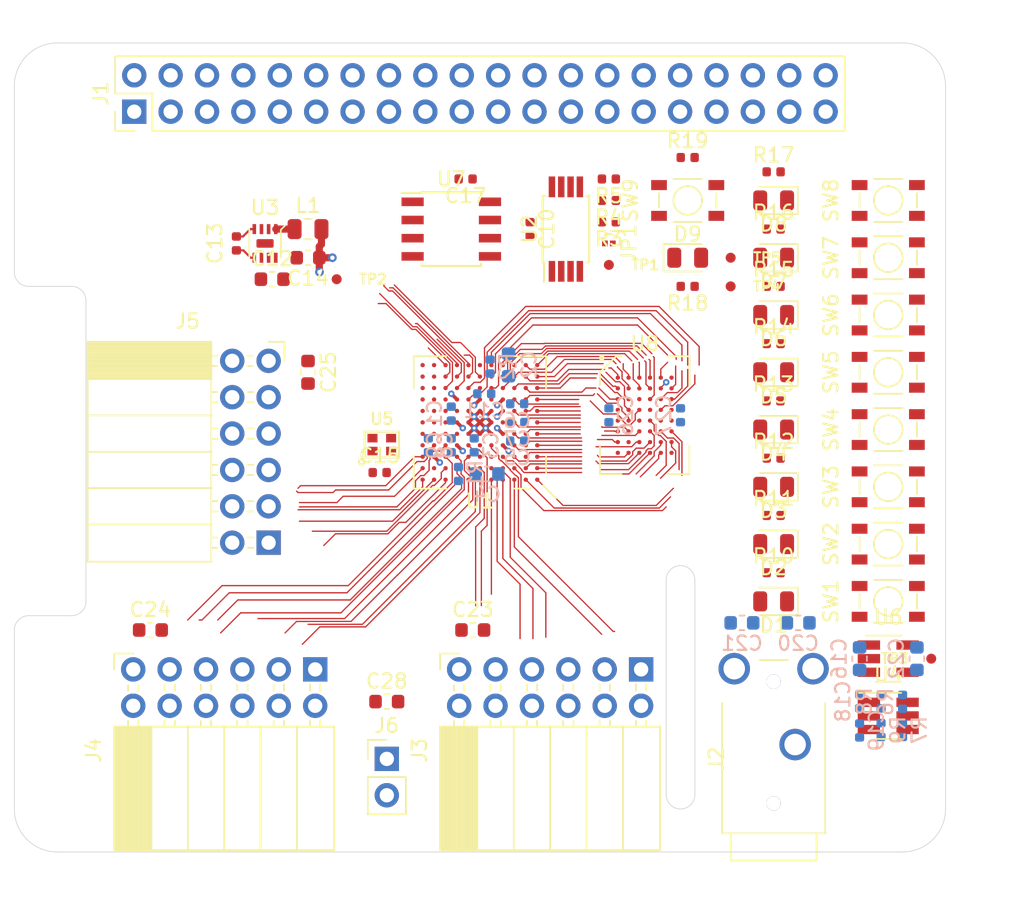
<source format=kicad_pcb>
(kicad_pcb (version 20171130) (host pcbnew 5.1.2+dfsg1-1)
  (layers (0 F.Cu signal) (1 In1.Cu power hide) (2 In2.Cu power) (31 B.Cu signal) (34 B.Paste user) (35 F.Paste user) (36 B.SilkS user hide) (37 F.SilkS user hide) (38 B.Mask user) (39 F.Mask user) (44 Edge.Cuts user))
  (net 0 "")
  (net 1 GND)
  (net 2 +1V2)
  (net 3 "Net-(C2-Pad2)")
  (net 4 "Net-(C2-Pad1)")
  (net 5 "Net-(C4-Pad2)")
  (net 6 "Net-(C4-Pad1)")
  (net 7 +3V3)
  (net 8 +5V)
  (net 9 "Net-(C13-Pad2)")
  (net 10 "Net-(C18-Pad1)")
  (net 11 "Net-(C19-Pad1)")
  (net 12 "Net-(C20-Pad1)")
  (net 13 "Net-(C21-Pad1)")
  (net 14 +3.3VDAC)
  (net 15 "Net-(D1-Pad1)")
  (net 16 /LED0)
  (net 17 /LED1)
  (net 18 "Net-(D2-Pad1)")
  (net 19 "Net-(D3-Pad1)")
  (net 20 /LED2)
  (net 21 /LED3)
  (net 22 "Net-(D4-Pad1)")
  (net 23 /LED4)
  (net 24 "Net-(D5-Pad1)")
  (net 25 "Net-(D6-Pad1)")
  (net 26 /LED5)
  (net 27 /LED6)
  (net 28 "Net-(D7-Pad1)")
  (net 29 "Net-(D8-Pad1)")
  (net 30 /LED7)
  (net 31 /GP13_FPGA_CDONE)
  (net 32 "Net-(J1-Pad3)")
  (net 33 "Net-(J1-Pad5)")
  (net 34 "Net-(J1-Pad7)")
  (net 35 /GP14_UART_TXD)
  (net 36 /GP15_UART_RXD)
  (net 37 "Net-(J1-Pad11)")
  (net 38 "Net-(J1-Pad12)")
  (net 39 /GP27_SDIO_DAT3)
  (net 40 /GP22_SDIO_CLK)
  (net 41 /GP23_SDIO_CMD)
  (net 42 /GP24_SDIO_DAT0)
  (net 43 /GP10_SPI_MOSI)
  (net 44 /GP9_SPI_MISO)
  (net 45 /GP25_SDIO_DAT1)
  (net 46 /GP11_SPI_SCK)
  (net 47 /GP8_SPI_~CS)
  (net 48 "Net-(J1-Pad26)")
  (net 49 /ID_SD)
  (net 50 /ID_SC)
  (net 51 "Net-(J1-Pad29)")
  (net 52 "Net-(J1-Pad31)")
  (net 53 /GP12_FPGA_~RST)
  (net 54 "Net-(J1-Pad35)")
  (net 55 "Net-(J1-Pad36)")
  (net 56 /GP26_SDIO_DAT2)
  (net 57 "Net-(J1-Pad38)")
  (net 58 "Net-(J1-Pad40)")
  (net 59 /IO0_0)
  (net 60 /IO0_1)
  (net 61 /IO0_2)
  (net 62 /IO0_3)
  (net 63 /IO0_4)
  (net 64 /IO0_5)
  (net 65 /IO0_6)
  (net 66 /IO0_7)
  (net 67 /IO1_7)
  (net 68 /IO1_6)
  (net 69 /IO1_5)
  (net 70 /IO1_4)
  (net 71 /IO1_3)
  (net 72 /IO1_2)
  (net 73 /IO1_1)
  (net 74 /IO1_0)
  (net 75 /IO2_0)
  (net 76 /IO2_1)
  (net 77 /IO2_2)
  (net 78 /IO2_3)
  (net 79 /IO2_4)
  (net 80 /IO2_5)
  (net 81 /IO2_6)
  (net 82 /IO2_7)
  (net 83 "Net-(JP1-Pad1)")
  (net 84 "Net-(L1-Pad1)")
  (net 85 "Net-(R6-Pad2)")
  (net 86 "Net-(R7-Pad2)")
  (net 87 /SW0)
  (net 88 /SW1)
  (net 89 /SW2)
  (net 90 /SW3)
  (net 91 /SW4)
  (net 92 /SW5)
  (net 93 /SW6)
  (net 94 /SW7)
  (net 95 /SRAM_DQ0)
  (net 96 /SRAM_DQ5)
  (net 97 /SRAM_DQ7)
  (net 98 /SRAM_DQ6)
  (net 99 /SRAM_DQ12)
  (net 100 /SRAM_A9)
  (net 101 /SRAM_A2)
  (net 102 /SRAM_A4)
  (net 103 /SRAM_A5)
  (net 104 /SRAM_A10)
  (net 105 /SRAM_DQ1)
  (net 106 /SRAM_DQ4)
  (net 107 /SRAM_DQ8)
  (net 108 /SRAM_DQ10)
  (net 109 /SRAM_DQ13)
  (net 110 /SRAM_DQ15)
  (net 111 /SRAM_A3)
  (net 112 /SRAM_A7)
  (net 113 /SRAM_A6)
  (net 114 /SRAM_A12)
  (net 115 /SRAM_DQ3)
  (net 116 /SRAM_DQ9)
  (net 117 /SRAM_DQ11)
  (net 118 /SRAM_A8)
  (net 119 /SRAM_A0)
  (net 120 /SRAM_A1)
  (net 121 /SRAM_A11)
  (net 122 /SRAM_A13)
  (net 123 /SRAM_A15)
  (net 124 /SRAM_DQ2)
  (net 125 /SRAM_DQ14)
  (net 126 /SRAM_A14)
  (net 127 /SRAM_A17)
  (net 128 /SRAM_A16)
  (net 129 /SRAM_~WE)
  (net 130 /SRAM_~OE)
  (net 131 /SRAM_~LB)
  (net 132 /SRAM_~UB)
  (net 133 /AUDIO_R_PWM)
  (net 134 "Net-(U1-PadB10)")
  (net 135 /CLK_OSC)
  (net 136 /AUDIO_L_PWM)
  (module Capacitor_SMD:C_0402_1005Metric (layer B.Cu) (at 128.9 108.1 90)
    (fp_text reference C8 (at 0 1.17 90) (layer B.SilkS) (effects (justify mirror)))
    (fp_text value 100n)
    (pad 2 smd roundrect (at 0.485 0 90) (size 0.59 0.64) (layers B.Cu B.Paste B.Mask) (net 1 GND))
    (pad 1 smd roundrect (at -0.485 0 90) (size 0.59 0.64) (layers B.Cu B.Paste B.Mask) (net 7 +3V3))
  )
  (module fpga_hat:BGA-121_11x11_9.0x9.0mm (layer F.Cu) (at 132.5 106.5 180)
    (fp_text reference U1 (at 0 -5.5) (layer F.SilkS))
    (fp_text value iCE40-HX8k-BG121)
    (pad A1 smd circle (at -4 -4 180) (size 0.3 0.3) (layers F.Cu F.Paste F.Mask) (net 79 /IO2_4))
    (pad B1 smd circle (at -4 -3.2 180) (size 0.3 0.3) (layers F.Cu F.Paste F.Mask) (net 95 /SRAM_DQ0))
    (pad C1 smd circle (at -4 -2.4 180) (size 0.3 0.3) (layers F.Cu F.Paste F.Mask) (net 96 /SRAM_DQ5))
    (pad D1 smd circle (at -4 -1.6 180) (size 0.3 0.3) (layers F.Cu F.Paste F.Mask) (net 97 /SRAM_DQ7))
    (pad E1 smd circle (at -4 -0.8 180) (size 0.3 0.3) (layers F.Cu F.Paste F.Mask) (net 98 /SRAM_DQ6))
    (pad F1 smd circle (at -4 0 180) (size 0.3 0.3) (layers F.Cu F.Paste F.Mask) (net 119 /SRAM_A0))
    (pad G1 smd circle (at -4 0.8 180) (size 0.3 0.3) (layers F.Cu F.Paste F.Mask) (net 117 /SRAM_DQ11))
    (pad H1 smd circle (at -4 1.6 180) (size 0.3 0.3) (layers F.Cu F.Paste F.Mask) (net 101 /SRAM_A2))
    (pad J1 smd circle (at -4 2.4 180) (size 0.3 0.3) (layers F.Cu F.Paste F.Mask) (net 102 /SRAM_A4))
    (pad K1 smd circle (at -4 3.2 180) (size 0.3 0.3) (layers F.Cu F.Paste F.Mask) (net 103 /SRAM_A5))
    (pad L1 smd circle (at -4 4 180) (size 0.3 0.3) (layers F.Cu F.Paste F.Mask) (net 104 /SRAM_A10))
    (pad A2 smd circle (at -3.2 -4 180) (size 0.3 0.3) (layers F.Cu F.Paste F.Mask) (net 77 /IO2_2))
    (pad B2 smd circle (at -3.2 -3.2 180) (size 0.3 0.3) (layers F.Cu F.Paste F.Mask) (net 105 /SRAM_DQ1))
    (pad C2 smd circle (at -3.2 -2.4 180) (size 0.3 0.3) (layers F.Cu F.Paste F.Mask) (net 106 /SRAM_DQ4))
    (pad D2 smd circle (at -3.2 -1.6 180) (size 0.3 0.3) (layers F.Cu F.Paste F.Mask) (net 107 /SRAM_DQ8))
    (pad E2 smd circle (at -3.2 -0.8 180) (size 0.3 0.3) (layers F.Cu F.Paste F.Mask) (net 108 /SRAM_DQ10))
    (pad F2 smd circle (at -3.2 0 180) (size 0.3 0.3) (layers F.Cu F.Paste F.Mask) (net 109 /SRAM_DQ13))
    (pad G2 smd circle (at -3.2 0.8 180) (size 0.3 0.3) (layers F.Cu F.Paste F.Mask) (net 110 /SRAM_DQ15))
    (pad H2 smd circle (at -3.2 1.6 180) (size 0.3 0.3) (layers F.Cu F.Paste F.Mask) (net 111 /SRAM_A3))
    (pad J2 smd circle (at -3.2 2.4 180) (size 0.3 0.3) (layers F.Cu F.Paste F.Mask) (net 112 /SRAM_A7))
    (pad K2 smd circle (at -3.2 3.2 180) (size 0.3 0.3) (layers F.Cu F.Paste F.Mask) (net 113 /SRAM_A6))
    (pad L2 smd circle (at -3.2 4 180) (size 0.3 0.3) (layers F.Cu F.Paste F.Mask) (net 114 /SRAM_A12))
    (pad A3 smd circle (at -2.4 -4 180) (size 0.3 0.3) (layers F.Cu F.Paste F.Mask) (net 78 /IO2_3))
    (pad B3 smd circle (at -2.4 -3.2 180) (size 0.3 0.3) (layers F.Cu F.Paste F.Mask) (net 76 /IO2_1))
    (pad C3 smd circle (at -2.4 -2.4 180) (size 0.3 0.3) (layers F.Cu F.Paste F.Mask) (net 115 /SRAM_DQ3))
    (pad D3 smd circle (at -2.4 -1.6 180) (size 0.3 0.3) (layers F.Cu F.Paste F.Mask) (net 116 /SRAM_DQ9))
    (pad E3 smd circle (at -2.4 -0.8 180) (size 0.3 0.3) (layers F.Cu F.Paste F.Mask) (net 100 /SRAM_A9))
    (pad F3 smd circle (at -2.4 0 180) (size 0.3 0.3) (layers F.Cu F.Paste F.Mask) (net 118 /SRAM_A8))
    (pad G3 smd circle (at -2.4 0.8 180) (size 0.3 0.3) (layers F.Cu F.Paste F.Mask) (net 99 /SRAM_DQ12))
    (pad H3 smd circle (at -2.4 1.6 180) (size 0.3 0.3) (layers F.Cu F.Paste F.Mask) (net 120 /SRAM_A1))
    (pad J3 smd circle (at -2.4 2.4 180) (size 0.3 0.3) (layers F.Cu F.Paste F.Mask) (net 121 /SRAM_A11))
    (pad K3 smd circle (at -2.4 3.2 180) (size 0.3 0.3) (layers F.Cu F.Paste F.Mask) (net 122 /SRAM_A13))
    (pad L3 smd circle (at -2.4 4 180) (size 0.3 0.3) (layers F.Cu F.Paste F.Mask) (net 123 /SRAM_A15))
    (pad A4 smd circle (at -1.6 -4 180) (size 0.3 0.3) (layers F.Cu F.Paste F.Mask) (net 68 /IO1_6))
    (pad B4 smd circle (at -1.6 -3.2 180) (size 0.3 0.3) (layers F.Cu F.Paste F.Mask) (net 75 /IO2_0))
    (pad C4 smd circle (at -1.6 -2.4 180) (size 0.3 0.3) (layers F.Cu F.Paste F.Mask) (net 124 /SRAM_DQ2))
    (pad D4 smd circle (at -1.6 -1.6 180) (size 0.3 0.3) (layers F.Cu F.Paste F.Mask) (net 2 +1V2))
    (pad E4 smd circle (at -1.6 -0.8 180) (size 0.3 0.3) (layers F.Cu F.Paste F.Mask) (net 7 +3V3))
    (pad F4 smd circle (at -1.6 0 180) (size 0.3 0.3) (layers F.Cu F.Paste F.Mask) (net 125 /SRAM_DQ14))
    (pad G4 smd circle (at -1.6 0.8 180) (size 0.3 0.3) (layers F.Cu F.Paste F.Mask) (net 7 +3V3))
    (pad H4 smd circle (at -1.6 1.6 180) (size 0.3 0.3) (layers F.Cu F.Paste F.Mask) (net 2 +1V2))
    (pad J4 smd circle (at -1.6 2.4 180) (size 0.3 0.3) (layers F.Cu F.Paste F.Mask) (net 126 /SRAM_A14))
    (pad K4 smd circle (at -1.6 3.2 180) (size 0.3 0.3) (layers F.Cu F.Paste F.Mask) (net 127 /SRAM_A17))
    (pad L4 smd circle (at -1.6 4 180) (size 0.3 0.3) (layers F.Cu F.Paste F.Mask) (net 128 /SRAM_A16))
    (pad A5 smd circle (at -0.8 -4 180) (size 0.3 0.3) (layers F.Cu F.Paste F.Mask) (net 70 /IO1_4))
    (pad B5 smd circle (at -0.8 -3.2 180) (size 0.3 0.3) (layers F.Cu F.Paste F.Mask) (net 69 /IO1_5))
    (pad C5 smd circle (at -0.8 -2.4 180) (size 0.3 0.3) (layers F.Cu F.Paste F.Mask) (net 5 "Net-(C4-Pad2)"))
    (pad D5 smd circle (at -0.8 -1.6 180) (size 0.3 0.3) (layers F.Cu F.Paste F.Mask) (net 67 /IO1_7))
    (pad E5 smd circle (at -0.8 -0.8 180) (size 0.3 0.3) (layers F.Cu F.Paste F.Mask) (net 1 GND))
    (pad F5 smd circle (at -0.8 0 180) (size 0.3 0.3) (layers F.Cu F.Paste F.Mask) (net 1 GND))
    (pad G5 smd circle (at -0.8 0.8 180) (size 0.3 0.3) (layers F.Cu F.Paste F.Mask) (net 1 GND))
    (pad H5 smd circle (at -0.8 1.6 180) (size 0.3 0.3) (layers F.Cu F.Paste F.Mask) (net 1 GND))
    (pad J5 smd circle (at -0.8 2.4 180) (size 0.3 0.3) (layers F.Cu F.Paste F.Mask) (net 129 /SRAM_~WE))
    (pad K5 smd circle (at -0.8 3.2 180) (size 0.3 0.3) (layers F.Cu F.Paste F.Mask) (net 130 /SRAM_~OE))
    (pad L5 smd circle (at -0.8 4 180) (size 0.3 0.3) (layers F.Cu F.Paste F.Mask) (net 56 /GP26_SDIO_DAT2))
    (pad A6 smd circle (at 0 -4 180) (size 0.3 0.3) (layers F.Cu F.Paste F.Mask) (net 71 /IO1_3))
    (pad B6 smd circle (at 0 -3.2 180) (size 0.3 0.3) (layers F.Cu F.Paste F.Mask) (net 81 /IO2_6))
    (pad C6 smd circle (at 0 -2.4 180) (size 0.3 0.3) (layers F.Cu F.Paste F.Mask) (net 6 "Net-(C4-Pad1)"))
    (pad D6 smd circle (at 0 -1.6 180) (size 0.3 0.3) (layers F.Cu F.Paste F.Mask) (net 7 +3V3))
    (pad E6 smd circle (at 0 -0.8 180) (size 0.3 0.3) (layers F.Cu F.Paste F.Mask) (net 1 GND))
    (pad F6 smd circle (at 0 0 180) (size 0.3 0.3) (layers F.Cu F.Paste F.Mask) (net 1 GND))
    (pad G6 smd circle (at 0 0.8 180) (size 0.3 0.3) (layers F.Cu F.Paste F.Mask) (net 1 GND))
    (pad H6 smd circle (at 0 1.6 180) (size 0.3 0.3) (layers F.Cu F.Paste F.Mask) (net 7 +3V3))
    (pad J6 smd circle (at 0 2.4 180) (size 0.3 0.3) (layers F.Cu F.Paste F.Mask) (net 4 "Net-(C2-Pad1)"))
    (pad K6 smd circle (at 0 3.2 180) (size 0.3 0.3) (layers F.Cu F.Paste F.Mask) (net 39 /GP27_SDIO_DAT3))
    (pad L6 smd circle (at 0 4 180) (size 0.3 0.3) (layers F.Cu F.Paste F.Mask) (net 3 "Net-(C2-Pad2)"))
    (pad A7 smd circle (at 0.8 -4 180) (size 0.3 0.3) (layers F.Cu F.Paste F.Mask) (net 72 /IO1_2))
    (pad B7 smd circle (at 0.8 -3.2 180) (size 0.3 0.3) (layers F.Cu F.Paste F.Mask) (net 80 /IO2_5))
    (pad C7 smd circle (at 0.8 -2.4 180) (size 0.3 0.3) (layers F.Cu F.Paste F.Mask) (net 73 /IO1_1))
    (pad D7 smd circle (at 0.8 -1.6 180) (size 0.3 0.3) (layers F.Cu F.Paste F.Mask) (net 66 /IO0_7))
    (pad E7 smd circle (at 0.8 -0.8 180) (size 0.3 0.3) (layers F.Cu F.Paste F.Mask) (net 1 GND))
    (pad F7 smd circle (at 0.8 0 180) (size 0.3 0.3) (layers F.Cu F.Paste F.Mask) (net 1 GND))
    (pad G7 smd circle (at 0.8 0.8 180) (size 0.3 0.3) (layers F.Cu F.Paste F.Mask) (net 1 GND))
    (pad H7 smd circle (at 0.8 1.6 180) (size 0.3 0.3) (layers F.Cu F.Paste F.Mask) (net 131 /SRAM_~LB))
    (pad J7 smd circle (at 0.8 2.4 180) (size 0.3 0.3) (layers F.Cu F.Paste F.Mask) (net 132 /SRAM_~UB))
    (pad K7 smd circle (at 0.8 3.2 180) (size 0.3 0.3) (layers F.Cu F.Paste F.Mask) (net 133 /AUDIO_R_PWM))
    (pad L7 smd circle (at 0.8 4 180) (size 0.3 0.3) (layers F.Cu F.Paste F.Mask) (net 41 /GP23_SDIO_CMD))
    (pad A8 smd circle (at 1.6 -4 180) (size 0.3 0.3) (layers F.Cu F.Paste F.Mask) (net 74 /IO1_0))
    (pad B8 smd circle (at 1.6 -3.2 180) (size 0.3 0.3) (layers F.Cu F.Paste F.Mask) (net 63 /IO0_4))
    (pad C8 smd circle (at 1.6 -2.4 180) (size 0.3 0.3) (layers F.Cu F.Paste F.Mask) (net 65 /IO0_6))
    (pad D8 smd circle (at 1.6 -1.6 180) (size 0.3 0.3) (layers F.Cu F.Paste F.Mask) (net 2 +1V2))
    (pad E8 smd circle (at 1.6 -0.8 180) (size 0.3 0.3) (layers F.Cu F.Paste F.Mask) (net 90 /SW3))
    (pad F8 smd circle (at 1.6 0 180) (size 0.3 0.3) (layers F.Cu F.Paste F.Mask) (net 7 +3V3))
    (pad G8 smd circle (at 1.6 0.8 180) (size 0.3 0.3) (layers F.Cu F.Paste F.Mask) (net 21 /LED3))
    (pad H8 smd circle (at 1.6 1.6 180) (size 0.3 0.3) (layers F.Cu F.Paste F.Mask) (net 2 +1V2))
    (pad J8 smd circle (at 1.6 2.4 180) (size 0.3 0.3) (layers F.Cu F.Paste F.Mask) (net 40 /GP22_SDIO_CLK))
    (pad K8 smd circle (at 1.6 3.2 180) (size 0.3 0.3) (layers F.Cu F.Paste F.Mask) (net 31 /GP13_FPGA_CDONE))
    (pad L8 smd circle (at 1.6 4 180) (size 0.3 0.3) (layers F.Cu F.Paste F.Mask) (net 42 /GP24_SDIO_DAT0))
    (pad A9 smd circle (at 2.4 -4 180) (size 0.3 0.3) (layers F.Cu F.Paste F.Mask) (net 64 /IO0_5))
    (pad B9 smd circle (at 2.4 -3.2 180) (size 0.3 0.3) (layers F.Cu F.Paste F.Mask) (net 62 /IO0_3))
    (pad C9 smd circle (at 2.4 -2.4 180) (size 0.3 0.3) (layers F.Cu F.Paste F.Mask) (net 61 /IO0_2))
    (pad D9 smd circle (at 2.4 -1.6 180) (size 0.3 0.3) (layers F.Cu F.Paste F.Mask) (net 91 /SW4))
    (pad E9 smd circle (at 2.4 -0.8 180) (size 0.3 0.3) (layers F.Cu F.Paste F.Mask) (net 89 /SW2))
    (pad F9 smd circle (at 2.4 0 180) (size 0.3 0.3) (layers F.Cu F.Paste F.Mask) (net 88 /SW1))
    (pad G9 smd circle (at 2.4 0.8 180) (size 0.3 0.3) (layers F.Cu F.Paste F.Mask) (net 27 /LED6))
    (pad H9 smd circle (at 2.4 1.6 180) (size 0.3 0.3) (layers F.Cu F.Paste F.Mask) (net 45 /GP25_SDIO_DAT1))
    (pad J9 smd circle (at 2.4 2.4 180) (size 0.3 0.3) (layers F.Cu F.Paste F.Mask) (net 44 /GP9_SPI_MISO))
    (pad K9 smd circle (at 2.4 3.2 180) (size 0.3 0.3) (layers F.Cu F.Paste F.Mask) (net 43 /GP10_SPI_MOSI))
    (pad L9 smd circle (at 2.4 4 180) (size 0.3 0.3) (layers F.Cu F.Paste F.Mask) (net 53 /GP12_FPGA_~RST))
    (pad A10 smd circle (at 3.2 -4 180) (size 0.3 0.3) (layers F.Cu F.Paste F.Mask) (net 60 /IO0_1))
    (pad B10 smd circle (at 3.2 -3.2 180) (size 0.3 0.3) (layers F.Cu F.Paste F.Mask) (net 134 "Net-(U1-PadB10)"))
    (pad C10 smd circle (at 3.2 -2.4 180) (size 0.3 0.3) (layers F.Cu F.Paste F.Mask) (net 7 +3V3))
    (pad D10 smd circle (at 3.2 -1.6 180) (size 0.3 0.3) (layers F.Cu F.Paste F.Mask) (net 94 /SW7))
    (pad E10 smd circle (at 3.2 -0.8 180) (size 0.3 0.3) (layers F.Cu F.Paste F.Mask) (net 135 /CLK_OSC))
    (pad F10 smd circle (at 3.2 0 180) (size 0.3 0.3) (layers F.Cu F.Paste F.Mask) (net 87 /SW0))
    (pad G10 smd circle (at 3.2 0.8 180) (size 0.3 0.3) (layers F.Cu F.Paste F.Mask) (net 26 /LED5))
    (pad H10 smd circle (at 3.2 1.6 180) (size 0.3 0.3) (layers F.Cu F.Paste F.Mask) (net 17 /LED1))
    (pad J10 smd circle (at 3.2 2.4 180) (size 0.3 0.3) (layers F.Cu F.Paste F.Mask) (net 20 /LED2))
    (pad K10 smd circle (at 3.2 3.2 180) (size 0.3 0.3) (layers F.Cu F.Paste F.Mask) (net 47 /GP8_SPI_~CS))
    (pad L10 smd circle (at 3.2 4 180) (size 0.3 0.3) (layers F.Cu F.Paste F.Mask) (net 46 /GP11_SPI_SCK))
    (pad A11 smd circle (at 4 -4 180) (size 0.3 0.3) (layers F.Cu F.Paste F.Mask) (net 59 /IO0_0))
    (pad B11 smd circle (at 4 -3.2 180) (size 0.3 0.3) (layers F.Cu F.Paste F.Mask) (net 36 /GP15_UART_RXD))
    (pad C11 smd circle (at 4 -2.4 180) (size 0.3 0.3) (layers F.Cu F.Paste F.Mask) (net 35 /GP14_UART_TXD))
    (pad D11 smd circle (at 4 -1.6 180) (size 0.3 0.3) (layers F.Cu F.Paste F.Mask) (net 93 /SW6))
    (pad E11 smd circle (at 4 -0.8 180) (size 0.3 0.3) (layers F.Cu F.Paste F.Mask) (net 92 /SW5))
    (pad F11 smd circle (at 4 0 180) (size 0.3 0.3) (layers F.Cu F.Paste F.Mask) (net 136 /AUDIO_L_PWM))
    (pad G11 smd circle (at 4 0.8 180) (size 0.3 0.3) (layers F.Cu F.Paste F.Mask) (net 30 /LED7))
    (pad H11 smd circle (at 4 1.6 180) (size 0.3 0.3) (layers F.Cu F.Paste F.Mask) (net 23 /LED4))
    (pad J11 smd circle (at 4 2.4 180) (size 0.3 0.3) (layers F.Cu F.Paste F.Mask) (net 82 /IO2_7))
    (pad K11 smd circle (at 4 3.2 180) (size 0.3 0.3) (layers F.Cu F.Paste F.Mask) (net 16 /LED0))
    (pad L11 smd circle (at 4 4 180) (size 0.3 0.3) (layers F.Cu F.Paste F.Mask) (net 7 +3V3))
  )
  (module fpga_hat:MOUNTHOLE_M2.5 (layer F.Cu) (at 161.5 83.5)
    (fp_text reference REF** hide)
    (fp_text value MOUNTHOLE_M2.5 hide)
    (pad "" np_thru_hole circle (at 0 0) (size 2.75 2.75) (drill 2.75) (layers *.Cu *.Mask) (thermal_gap 1.9))
  )
  (module fpga_hat:MOUNTHOLE_M2.5 (layer F.Cu) (at 161.5 133)
    (fp_text reference REF** hide)
    (fp_text value MOUNTHOLE_M2.5 hide)
    (pad "" np_thru_hole circle (at 0 0) (size 2.75 2.75) (drill 2.75) (layers *.Cu *.Mask) (thermal_gap 1.9))
  )
  (module fpga_hat:MOUNTHOLE_M2.5 (layer F.Cu) (at 103.5 133)
    (fp_text reference REF** hide)
    (fp_text value MOUNTHOLE_M2.5 hide)
    (pad "" np_thru_hole circle (at 0 0) (size 2.75 2.75) (drill 2.75) (layers *.Cu *.Mask) (thermal_gap 1.9))
  )
  (module fpga_hat:MOUNTHOLE_M2.5 (layer F.Cu) (at 103.5 83.5)
    (fp_text reference REF** hide)
    (fp_text value MOUNTHOLE_M2.5 hide)
    (pad "" np_thru_hole circle (at 0 0) (size 2.75 2.75) (drill 2.75) (layers *.Cu *.Mask) (thermal_gap 1.9))
  )
  (module Capacitor_SMD:C_0402_1005Metric (layer B.Cu) (at 130.5 105.885 270)
    (fp_text reference C1 (at 0 1.17 90) (layer B.SilkS) (effects (justify mirror)))
    (fp_text value 100n)
    (pad 2 smd roundrect (at 0.485 0 270) (size 0.59 0.64) (layers B.Cu B.Paste B.Mask) (net 1 GND))
    (pad 1 smd roundrect (at -0.485 0 270) (size 0.59 0.64) (layers B.Cu B.Paste B.Mask) (net 2 +1V2))
  )
  (module Capacitor_SMD:C_0603_1608Metric (layer B.Cu) (at 134.5 102.4875 90)
    (fp_text reference C2 (at 0 1.43 90) (layer B.SilkS) (effects (justify mirror)))
    (fp_text value 4u7)
    (pad 2 smd roundrect (at 0.7875 0 90) (size 0.875 0.95) (layers B.Cu B.Paste B.Mask) (net 3 "Net-(C2-Pad2)"))
    (pad 1 smd roundrect (at -0.7875 0 90) (size 0.875 0.95) (layers B.Cu B.Paste B.Mask) (net 4 "Net-(C2-Pad1)"))
  )
  (module Capacitor_SMD:C_0402_1005Metric (layer B.Cu) (at 132.1 108.1 90)
    (fp_text reference C3 (at 0 1.17 90) (layer B.SilkS) (effects (justify mirror)))
    (fp_text value 100n)
    (pad 1 smd roundrect (at -0.485 0 90) (size 0.59 0.64) (layers B.Cu B.Paste B.Mask) (net 2 +1V2))
    (pad 2 smd roundrect (at 0.485 0 90) (size 0.59 0.64) (layers B.Cu B.Paste B.Mask) (net 1 GND))
  )
  (module Capacitor_SMD:C_0603_1608Metric (layer B.Cu) (at 133 110.1)
    (fp_text reference C4 (at 0 1.43) (layer B.SilkS) (effects (justify mirror)))
    (fp_text value 4u7)
    (pad 1 smd roundrect (at -0.7875 0) (size 0.875 0.95) (layers B.Cu B.Paste B.Mask) (net 6 "Net-(C4-Pad1)"))
    (pad 2 smd roundrect (at 0.7875 0) (size 0.875 0.95) (layers B.Cu B.Paste B.Mask) (net 5 "Net-(C4-Pad2)"))
  )
  (module Capacitor_SMD:C_0402_1005Metric (layer B.Cu) (at 135.1 107.8)
    (fp_text reference C5 (at 0 1.17 180) (layer B.SilkS) (effects (justify mirror)))
    (fp_text value 100n)
    (pad 1 smd roundrect (at -0.485 0) (size 0.59 0.64) (layers B.Cu B.Paste B.Mask) (net 2 +1V2))
    (pad 2 smd roundrect (at 0.485 0) (size 0.59 0.64) (layers B.Cu B.Paste B.Mask) (net 1 GND))
  )
  (module Capacitor_SMD:C_0402_1005Metric (layer B.Cu) (at 135.1 105.2)
    (fp_text reference C6 (at 0 1.17) (layer B.SilkS) (effects (justify mirror)))
    (fp_text value 100n)
    (pad 2 smd roundrect (at 0.485 0) (size 0.59 0.64) (layers B.Cu B.Paste B.Mask) (net 1 GND))
    (pad 1 smd roundrect (at -0.485 0) (size 0.59 0.64) (layers B.Cu B.Paste B.Mask) (net 2 +1V2))
  )
  (module Capacitor_SMD:C_0402_1005Metric (layer B.Cu) (at 135.115 106.5)
    (fp_text reference C7 (at 0 1.17 180) (layer B.SilkS) (effects (justify mirror)))
    (fp_text value 100n)
    (pad 2 smd roundrect (at 0.485 0) (size 0.59 0.64) (layers B.Cu B.Paste B.Mask) (net 1 GND))
    (pad 1 smd roundrect (at -0.485 0) (size 0.59 0.64) (layers B.Cu B.Paste B.Mask) (net 7 +3V3))
  )
  (module Capacitor_SMD:C_0402_1005Metric (layer B.Cu) (at 130.5 108.1 270)
    (fp_text reference C9 (at 0 1.17 90) (layer B.SilkS) (effects (justify mirror)))
    (fp_text value 100n)
    (pad 2 smd roundrect (at 0.485 0 270) (size 0.59 0.64) (layers B.Cu B.Paste B.Mask) (net 1 GND))
    (pad 1 smd roundrect (at -0.485 0 270) (size 0.59 0.64) (layers B.Cu B.Paste B.Mask) (net 7 +3V3))
  )
  (module Capacitor_SMD:C_0402_1005Metric (layer F.Cu) (at 136 93 270)
    (fp_text reference C10 (at 0 -1.17 90) (layer F.SilkS))
    (fp_text value 100n)
    (pad 2 smd roundrect (at 0.485 0 270) (size 0.59 0.64) (layers F.Cu F.Paste F.Mask) (net 1 GND))
    (pad 1 smd roundrect (at -0.485 0 270) (size 0.59 0.64) (layers F.Cu F.Paste F.Mask) (net 7 +3V3))
  )
  (module Capacitor_SMD:C_0402_1005Metric (layer B.Cu) (at 132.8 104.5)
    (fp_text reference C11 (at 0 1.17) (layer B.SilkS) (effects (justify mirror)))
    (fp_text value 100n)
    (pad 1 smd roundrect (at -0.485 0) (size 0.59 0.64) (layers B.Cu B.Paste B.Mask) (net 7 +3V3))
    (pad 2 smd roundrect (at 0.485 0) (size 0.59 0.64) (layers B.Cu B.Paste B.Mask) (net 1 GND))
  )
  (module Capacitor_SMD:C_0603_1608Metric (layer F.Cu) (at 118 96.5)
    (fp_text reference C12 (at 0 -1.43) (layer F.SilkS))
    (fp_text value 4u7)
    (pad 2 smd roundrect (at 0.7875 0) (size 0.875 0.95) (layers F.Cu F.Paste F.Mask) (net 1 GND))
    (pad 1 smd roundrect (at -0.7875 0) (size 0.875 0.95) (layers F.Cu F.Paste F.Mask) (net 8 +5V))
  )
  (module Capacitor_SMD:C_0402_1005Metric (layer F.Cu) (at 115.5 94 270)
    (fp_text reference C13 (at 0 1.5 90) (layer F.SilkS))
    (fp_text value 560p)
    (pad 1 smd roundrect (at -0.485 0 270) (size 0.59 0.64) (layers F.Cu F.Paste F.Mask) (net 2 +1V2))
    (pad 2 smd roundrect (at 0.485 0 270) (size 0.59 0.64) (layers F.Cu F.Paste F.Mask) (net 9 "Net-(C13-Pad2)"))
  )
  (module Capacitor_SMD:C_0603_1608Metric (layer F.Cu) (at 120.5 95 180)
    (fp_text reference C14 (at 0 -1.43) (layer F.SilkS))
    (fp_text value 4u7)
    (pad 2 smd roundrect (at 0.7875 0 180) (size 0.875 0.95) (layers F.Cu F.Paste F.Mask) (net 1 GND))
    (pad 1 smd roundrect (at -0.7875 0 180) (size 0.875 0.95) (layers F.Cu F.Paste F.Mask) (net 2 +1V2))
  )
  (module Capacitor_SMD:C_0402_1005Metric (layer F.Cu) (at 125.5 110)
    (fp_text reference C15 (at 0 -1.17) (layer F.SilkS))
    (fp_text value 100n)
    (pad 2 smd roundrect (at 0.485 0) (size 0.59 0.64) (layers F.Cu F.Paste F.Mask) (net 1 GND))
    (pad 1 smd roundrect (at -0.485 0) (size 0.59 0.64) (layers F.Cu F.Paste F.Mask) (net 7 +3V3))
  )
  (module Capacitor_SMD:C_0603_1608Metric (layer B.Cu) (at 159 123 270)
    (fp_text reference C16 (at 0 1.43 90) (layer B.SilkS) (effects (justify mirror)))
    (fp_text value 1u)
    (pad 1 smd roundrect (at -0.7875 0 270) (size 0.875 0.95) (layers B.Cu B.Paste B.Mask) (net 8 +5V))
    (pad 2 smd roundrect (at 0.7875 0 270) (size 0.875 0.95) (layers B.Cu B.Paste B.Mask) (net 1 GND))
  )
  (module Capacitor_SMD:C_0402_1005Metric (layer F.Cu) (at 131.5 89.5 180)
    (fp_text reference C17 (at 0 -1.17) (layer F.SilkS))
    (fp_text value 100n)
    (pad 1 smd roundrect (at -0.485 0 180) (size 0.59 0.64) (layers F.Cu F.Paste F.Mask) (net 7 +3V3))
    (pad 2 smd roundrect (at 0.485 0 180) (size 0.59 0.64) (layers F.Cu F.Paste F.Mask) (net 1 GND))
  )
  (module Capacitor_SMD:C_0402_1005Metric (layer B.Cu) (at 159 125.985 270)
    (fp_text reference C18 (at 0 1.17 90) (layer B.SilkS) (effects (justify mirror)))
    (fp_text value 100n)
    (pad 1 smd roundrect (at -0.485 0 270) (size 0.59 0.64) (layers B.Cu B.Paste B.Mask) (net 10 "Net-(C18-Pad1)"))
    (pad 2 smd roundrect (at 0.485 0 270) (size 0.59 0.64) (layers B.Cu B.Paste B.Mask) (net 1 GND))
  )
  (module Capacitor_SMD:C_0402_1005Metric (layer B.Cu) (at 159 128.015 90)
    (fp_text reference C19 (at 0 1.17 90) (layer B.SilkS) (effects (justify mirror)))
    (fp_text value 100n)
    (pad 1 smd roundrect (at -0.485 0 90) (size 0.59 0.64) (layers B.Cu B.Paste B.Mask) (net 11 "Net-(C19-Pad1)"))
    (pad 2 smd roundrect (at 0.485 0 90) (size 0.59 0.64) (layers B.Cu B.Paste B.Mask) (net 1 GND))
  )
  (module Capacitor_SMD:C_0603_1608Metric (layer B.Cu) (at 154.7125 120.5)
    (fp_text reference C20 (at 0 1.43) (layer B.SilkS) (effects (justify mirror)))
    (fp_text value 4u7)
    (pad 1 smd roundrect (at -0.7875 0) (size 0.875 0.95) (layers B.Cu B.Paste B.Mask) (net 12 "Net-(C20-Pad1)"))
    (pad 2 smd roundrect (at 0.7875 0) (size 0.875 0.95) (layers B.Cu B.Paste B.Mask) (net 10 "Net-(C18-Pad1)"))
  )
  (module Capacitor_SMD:C_0603_1608Metric (layer B.Cu) (at 150.7875 120.5)
    (fp_text reference C21 (at 0 1.43) (layer B.SilkS) (effects (justify mirror)))
    (fp_text value 4u7)
    (pad 1 smd roundrect (at -0.7875 0) (size 0.875 0.95) (layers B.Cu B.Paste B.Mask) (net 13 "Net-(C21-Pad1)"))
    (pad 2 smd roundrect (at 0.7875 0) (size 0.875 0.95) (layers B.Cu B.Paste B.Mask) (net 11 "Net-(C19-Pad1)"))
  )
  (module Capacitor_SMD:C_0603_1608Metric (layer B.Cu) (at 163 123 270)
    (fp_text reference C22 (at 0 1.43 90) (layer B.SilkS) (effects (justify mirror)))
    (fp_text value 1u)
    (pad 2 smd roundrect (at 0.7875 0 270) (size 0.875 0.95) (layers B.Cu B.Paste B.Mask) (net 1 GND))
    (pad 1 smd roundrect (at -0.7875 0 270) (size 0.875 0.95) (layers B.Cu B.Paste B.Mask) (net 14 +3.3VDAC))
  )
  (module Capacitor_SMD:C_0603_1608Metric (layer F.Cu) (at 132 121)
    (fp_text reference C23 (at 0 -1.43) (layer F.SilkS))
    (fp_text value 1u)
    (pad 2 smd roundrect (at 0.7875 0) (size 0.875 0.95) (layers F.Cu F.Paste F.Mask) (net 1 GND))
    (pad 1 smd roundrect (at -0.7875 0) (size 0.875 0.95) (layers F.Cu F.Paste F.Mask) (net 7 +3V3))
  )
  (module Capacitor_SMD:C_0603_1608Metric (layer F.Cu) (at 109.5 121)
    (fp_text reference C24 (at 0 -1.43) (layer F.SilkS))
    (fp_text value 1u)
    (pad 1 smd roundrect (at -0.7875 0) (size 0.875 0.95) (layers F.Cu F.Paste F.Mask) (net 7 +3V3))
    (pad 2 smd roundrect (at 0.7875 0) (size 0.875 0.95) (layers F.Cu F.Paste F.Mask) (net 1 GND))
  )
  (module Capacitor_SMD:C_0603_1608Metric (layer F.Cu) (at 120.5 103 270)
    (fp_text reference C25 (at 0 -1.43 90) (layer F.SilkS))
    (fp_text value 1u)
    (pad 2 smd roundrect (at 0.7875 0 270) (size 0.875 0.95) (layers F.Cu F.Paste F.Mask) (net 1 GND))
    (pad 1 smd roundrect (at -0.7875 0 270) (size 0.875 0.95) (layers F.Cu F.Paste F.Mask) (net 7 +3V3))
  )
  (module Capacitor_SMD:C_0402_1005Metric (layer B.Cu) (at 141.5 106 90)
    (fp_text reference C26 (at 0 1.17 270) (layer B.SilkS) (effects (justify mirror)))
    (fp_text value 100n)
    (pad 1 smd roundrect (at -0.485 0 90) (size 0.59 0.64) (layers B.Cu B.Paste B.Mask) (net 7 +3V3))
    (pad 2 smd roundrect (at 0.485 0 90) (size 0.59 0.64) (layers B.Cu B.Paste B.Mask) (net 1 GND))
  )
  (module Capacitor_SMD:C_0402_1005Metric (layer B.Cu) (at 146.5 106 270)
    (fp_text reference C27 (at 0 1.17 270) (layer B.SilkS) (effects (justify mirror)))
    (fp_text value 100n)
    (pad 2 smd roundrect (at 0.485 0 270) (size 0.59 0.64) (layers B.Cu B.Paste B.Mask) (net 1 GND))
    (pad 1 smd roundrect (at -0.485 0 270) (size 0.59 0.64) (layers B.Cu B.Paste B.Mask) (net 7 +3V3))
  )
  (module Capacitor_SMD:C_0603_1608Metric (layer F.Cu) (at 126 126)
    (fp_text reference C28 (at 0 -1.43) (layer F.SilkS))
    (fp_text value 1u)
    (pad 1 smd roundrect (at -0.7875 0) (size 0.875 0.95) (layers F.Cu F.Paste F.Mask) (net 8 +5V))
    (pad 2 smd roundrect (at 0.7875 0) (size 0.875 0.95) (layers F.Cu F.Paste F.Mask) (net 1 GND))
  )
  (module LED_SMD:LED_0805_2012Metric (layer F.Cu) (at 153 119 180)
    (fp_text reference D1 (at 0 -1.65) (layer F.SilkS))
    (fp_text value LED)
    (pad 1 smd roundrect (at -0.9375 0 180) (size 0.975 1.4) (layers F.Cu F.Paste F.Mask) (net 15 "Net-(D1-Pad1)"))
    (pad 2 smd roundrect (at 0.9375 0 180) (size 0.975 1.4) (layers F.Cu F.Paste F.Mask) (net 16 /LED0))
  )
  (module LED_SMD:LED_0805_2012Metric (layer F.Cu) (at 153 115 180)
    (fp_text reference D2 (at 0 -1.65) (layer F.SilkS))
    (fp_text value LED)
    (pad 1 smd roundrect (at -0.9375 0 180) (size 0.975 1.4) (layers F.Cu F.Paste F.Mask) (net 18 "Net-(D2-Pad1)"))
    (pad 2 smd roundrect (at 0.9375 0 180) (size 0.975 1.4) (layers F.Cu F.Paste F.Mask) (net 17 /LED1))
  )
  (module LED_SMD:LED_0805_2012Metric (layer F.Cu) (at 153 111 180)
    (fp_text reference D3 (at 0 -1.65) (layer F.SilkS))
    (fp_text value LED)
    (pad 2 smd roundrect (at 0.9375 0 180) (size 0.975 1.4) (layers F.Cu F.Paste F.Mask) (net 20 /LED2))
    (pad 1 smd roundrect (at -0.9375 0 180) (size 0.975 1.4) (layers F.Cu F.Paste F.Mask) (net 19 "Net-(D3-Pad1)"))
  )
  (module LED_SMD:LED_0805_2012Metric (layer F.Cu) (at 153 107 180)
    (fp_text reference D4 (at 0 -1.65) (layer F.SilkS))
    (fp_text value LED)
    (pad 1 smd roundrect (at -0.9375 0 180) (size 0.975 1.4) (layers F.Cu F.Paste F.Mask) (net 22 "Net-(D4-Pad1)"))
    (pad 2 smd roundrect (at 0.9375 0 180) (size 0.975 1.4) (layers F.Cu F.Paste F.Mask) (net 21 /LED3))
  )
  (module LED_SMD:LED_0805_2012Metric (layer F.Cu) (at 153 103 180)
    (fp_text reference D5 (at 0 -1.65) (layer F.SilkS))
    (fp_text value LED)
    (pad 2 smd roundrect (at 0.9375 0 180) (size 0.975 1.4) (layers F.Cu F.Paste F.Mask) (net 23 /LED4))
    (pad 1 smd roundrect (at -0.9375 0 180) (size 0.975 1.4) (layers F.Cu F.Paste F.Mask) (net 24 "Net-(D5-Pad1)"))
  )
  (module LED_SMD:LED_0805_2012Metric (layer F.Cu) (at 153 99 180)
    (fp_text reference D6 (at 0 -1.65) (layer F.SilkS))
    (fp_text value LED)
    (pad 1 smd roundrect (at -0.9375 0 180) (size 0.975 1.4) (layers F.Cu F.Paste F.Mask) (net 25 "Net-(D6-Pad1)"))
    (pad 2 smd roundrect (at 0.9375 0 180) (size 0.975 1.4) (layers F.Cu F.Paste F.Mask) (net 26 /LED5))
  )
  (module LED_SMD:LED_0805_2012Metric (layer F.Cu) (at 153 95 180)
    (fp_text reference D7 (at 0 -1.65) (layer F.SilkS))
    (fp_text value LED)
    (pad 2 smd roundrect (at 0.9375 0 180) (size 0.975 1.4) (layers F.Cu F.Paste F.Mask) (net 27 /LED6))
    (pad 1 smd roundrect (at -0.9375 0 180) (size 0.975 1.4) (layers F.Cu F.Paste F.Mask) (net 28 "Net-(D7-Pad1)"))
  )
  (module LED_SMD:LED_0805_2012Metric (layer F.Cu) (at 153 91 180)
    (fp_text reference D8 (at 0 -1.65) (layer F.SilkS))
    (fp_text value LED)
    (pad 1 smd roundrect (at -0.9375 0 180) (size 0.975 1.4) (layers F.Cu F.Paste F.Mask) (net 29 "Net-(D8-Pad1)"))
    (pad 2 smd roundrect (at 0.9375 0 180) (size 0.975 1.4) (layers F.Cu F.Paste F.Mask) (net 30 /LED7))
  )
  (module LED_SMD:LED_0805_2012Metric (layer F.Cu) (at 147 95)
    (fp_text reference D9 (at 0 -1.65) (layer F.SilkS))
    (fp_text value LED)
    (pad 2 smd roundrect (at 0.9375 0) (size 0.975 1.4) (layers F.Cu F.Paste F.Mask) (net 31 /GP13_FPGA_CDONE))
    (pad 1 smd roundrect (at -0.9375 0) (size 0.975 1.4) (layers F.Cu F.Paste F.Mask) (net 1 GND))
  )
  (module Connector_PinHeader_2.54mm:PinHeader_2x20_P2.54mm_Vertical (layer F.Cu) (at 108.37 84.8 90)
    (fp_text reference J1 (at 1.27 -2.33 90) (layer F.SilkS))
    (fp_text value 2x20)
    (pad 1 thru_hole rect (at 0 0 90) (size 1.7 1.7) (drill 1) (layers *.Cu *.Mask) (net 7 +3V3))
    (pad 2 thru_hole oval (at 2.54 0 90) (size 1.7 1.7) (drill 1) (layers *.Cu *.Mask) (net 8 +5V))
    (pad 3 thru_hole oval (at 0 2.54 90) (size 1.7 1.7) (drill 1) (layers *.Cu *.Mask) (net 32 "Net-(J1-Pad3)"))
    (pad 4 thru_hole oval (at 2.54 2.54 90) (size 1.7 1.7) (drill 1) (layers *.Cu *.Mask) (net 8 +5V))
    (pad 5 thru_hole oval (at 0 5.08 90) (size 1.7 1.7) (drill 1) (layers *.Cu *.Mask) (net 33 "Net-(J1-Pad5)"))
    (pad 6 thru_hole oval (at 2.54 5.08 90) (size 1.7 1.7) (drill 1) (layers *.Cu *.Mask) (net 1 GND))
    (pad 7 thru_hole oval (at 0 7.62 90) (size 1.7 1.7) (drill 1) (layers *.Cu *.Mask) (net 34 "Net-(J1-Pad7)"))
    (pad 8 thru_hole oval (at 2.54 7.62 90) (size 1.7 1.7) (drill 1) (layers *.Cu *.Mask) (net 35 /GP14_UART_TXD))
    (pad 9 thru_hole oval (at 0 10.16 90) (size 1.7 1.7) (drill 1) (layers *.Cu *.Mask) (net 1 GND))
    (pad 10 thru_hole oval (at 2.54 10.16 90) (size 1.7 1.7) (drill 1) (layers *.Cu *.Mask) (net 36 /GP15_UART_RXD))
    (pad 11 thru_hole oval (at 0 12.7 90) (size 1.7 1.7) (drill 1) (layers *.Cu *.Mask) (net 37 "Net-(J1-Pad11)"))
    (pad 12 thru_hole oval (at 2.54 12.7 90) (size 1.7 1.7) (drill 1) (layers *.Cu *.Mask) (net 38 "Net-(J1-Pad12)"))
    (pad 13 thru_hole oval (at 0 15.24 90) (size 1.7 1.7) (drill 1) (layers *.Cu *.Mask) (net 39 /GP27_SDIO_DAT3))
    (pad 14 thru_hole oval (at 2.54 15.24 90) (size 1.7 1.7) (drill 1) (layers *.Cu *.Mask) (net 1 GND))
    (pad 15 thru_hole oval (at 0 17.78 90) (size 1.7 1.7) (drill 1) (layers *.Cu *.Mask) (net 40 /GP22_SDIO_CLK))
    (pad 16 thru_hole oval (at 2.54 17.78 90) (size 1.7 1.7) (drill 1) (layers *.Cu *.Mask) (net 41 /GP23_SDIO_CMD))
    (pad 17 thru_hole oval (at 0 20.32 90) (size 1.7 1.7) (drill 1) (layers *.Cu *.Mask) (net 7 +3V3))
    (pad 18 thru_hole oval (at 2.54 20.32 90) (size 1.7 1.7) (drill 1) (layers *.Cu *.Mask) (net 42 /GP24_SDIO_DAT0))
    (pad 19 thru_hole oval (at 0 22.86 90) (size 1.7 1.7) (drill 1) (layers *.Cu *.Mask) (net 43 /GP10_SPI_MOSI))
    (pad 20 thru_hole oval (at 2.54 22.86 90) (size 1.7 1.7) (drill 1) (layers *.Cu *.Mask) (net 1 GND))
    (pad 21 thru_hole oval (at 0 25.4 90) (size 1.7 1.7) (drill 1) (layers *.Cu *.Mask) (net 44 /GP9_SPI_MISO))
    (pad 22 thru_hole oval (at 2.54 25.4 90) (size 1.7 1.7) (drill 1) (layers *.Cu *.Mask) (net 45 /GP25_SDIO_DAT1))
    (pad 23 thru_hole oval (at 0 27.94 90) (size 1.7 1.7) (drill 1) (layers *.Cu *.Mask) (net 46 /GP11_SPI_SCK))
    (pad 24 thru_hole oval (at 2.54 27.94 90) (size 1.7 1.7) (drill 1) (layers *.Cu *.Mask) (net 47 /GP8_SPI_~CS))
    (pad 25 thru_hole oval (at 0 30.48 90) (size 1.7 1.7) (drill 1) (layers *.Cu *.Mask) (net 1 GND))
    (pad 26 thru_hole oval (at 2.54 30.48 90) (size 1.7 1.7) (drill 1) (layers *.Cu *.Mask) (net 48 "Net-(J1-Pad26)"))
    (pad 27 thru_hole oval (at 0 33.02 90) (size 1.7 1.7) (drill 1) (layers *.Cu *.Mask) (net 49 /ID_SD))
    (pad 28 thru_hole oval (at 2.54 33.02 90) (size 1.7 1.7) (drill 1) (layers *.Cu *.Mask) (net 50 /ID_SC))
    (pad 29 thru_hole oval (at 0 35.56 90) (size 1.7 1.7) (drill 1) (layers *.Cu *.Mask) (net 51 "Net-(J1-Pad29)"))
    (pad 30 thru_hole oval (at 2.54 35.56 90) (size 1.7 1.7) (drill 1) (layers *.Cu *.Mask) (net 1 GND))
    (pad 31 thru_hole oval (at 0 38.1 90) (size 1.7 1.7) (drill 1) (layers *.Cu *.Mask) (net 52 "Net-(J1-Pad31)"))
    (pad 32 thru_hole oval (at 2.54 38.1 90) (size 1.7 1.7) (drill 1) (layers *.Cu *.Mask) (net 53 /GP12_FPGA_~RST))
    (pad 33 thru_hole oval (at 0 40.64 90) (size 1.7 1.7) (drill 1) (layers *.Cu *.Mask) (net 31 /GP13_FPGA_CDONE))
    (pad 34 thru_hole oval (at 2.54 40.64 90) (size 1.7 1.7) (drill 1) (layers *.Cu *.Mask) (net 1 GND))
    (pad 35 thru_hole oval (at 0 43.18 90) (size 1.7 1.7) (drill 1) (layers *.Cu *.Mask) (net 54 "Net-(J1-Pad35)"))
    (pad 36 thru_hole oval (at 2.54 43.18 90) (size 1.7 1.7) (drill 1) (layers *.Cu *.Mask) (net 55 "Net-(J1-Pad36)"))
    (pad 37 thru_hole oval (at 0 45.72 90) (size 1.7 1.7) (drill 1) (layers *.Cu *.Mask) (net 56 /GP26_SDIO_DAT2))
    (pad 38 thru_hole oval (at 2.54 45.72 90) (size 1.7 1.7) (drill 1) (layers *.Cu *.Mask) (net 57 "Net-(J1-Pad38)"))
    (pad 39 thru_hole oval (at 0 48.26 90) (size 1.7 1.7) (drill 1) (layers *.Cu *.Mask) (net 1 GND))
    (pad 40 thru_hole oval (at 2.54 48.26 90) (size 1.7 1.7) (drill 1) (layers *.Cu *.Mask) (net 58 "Net-(J1-Pad40)"))
  )
  (module fpga_hat:STX-3000_TRS_3.5mm (layer F.Cu) (at 153 129 90)
    (fp_text reference J2 (at -1 -4 90) (layer F.SilkS))
    (fp_text value AudioJack3)
    (pad ~ thru_hole circle (at -4.1 0 90) (size 1 1) (drill 1) (layers *.Cu *.Mask))
    (pad ~ thru_hole circle (at 4.4 0 90) (size 1 1) (drill 1) (layers *.Cu *.Mask))
    (pad S thru_hole circle (at 0 1.5 90) (size 2.2 2.2) (drill 1.5) (layers *.Cu *.Mask) (net 1 GND))
    (pad R thru_hole circle (at 5.3 -2.75 90) (size 2.2 2.2) (drill 1.5) (layers *.Cu *.Mask) (net 13 "Net-(C21-Pad1)"))
    (pad T thru_hole circle (at 5.3 2.75 90) (size 2.2 2.2) (drill 1.5) (layers *.Cu *.Mask) (net 12 "Net-(C20-Pad1)"))
  )
  (module fpga_hat:PinSocket_2x06_P2.54mm_Horizontal (layer F.Cu) (at 143.75 123.75 90)
    (fp_text reference J3 (at -5.65 -15.47 90) (layer F.SilkS))
    (fp_text value Conn_02x06_Top_Bottom)
    (pad 6 thru_hole circle (at 0 -12.7 90) (size 1.7 1.7) (drill 1) (layers *.Cu *.Mask) (net 7 +3V3))
    (pad 12 thru_hole oval (at -2.54 -12.7 90) (size 1.7 1.7) (drill 1) (layers *.Cu *.Mask) (net 7 +3V3))
    (pad 5 thru_hole oval (at 0 -10.16 90) (size 1.7 1.7) (drill 1) (layers *.Cu *.Mask) (net 1 GND))
    (pad 11 thru_hole oval (at -2.54 -10.16 90) (size 1.7 1.7) (drill 1) (layers *.Cu *.Mask) (net 1 GND))
    (pad 4 thru_hole oval (at 0 -7.62 90) (size 1.7 1.7) (drill 1) (layers *.Cu *.Mask) (net 62 /IO0_3))
    (pad 10 thru_hole oval (at -2.54 -7.62 90) (size 1.7 1.7) (drill 1) (layers *.Cu *.Mask) (net 66 /IO0_7))
    (pad 3 thru_hole oval (at 0 -5.08 90) (size 1.7 1.7) (drill 1) (layers *.Cu *.Mask) (net 61 /IO0_2))
    (pad 9 thru_hole oval (at -2.54 -5.08 90) (size 1.7 1.7) (drill 1) (layers *.Cu *.Mask) (net 65 /IO0_6))
    (pad 2 thru_hole oval (at 0 -2.54 90) (size 1.7 1.7) (drill 1) (layers *.Cu *.Mask) (net 60 /IO0_1))
    (pad 8 thru_hole oval (at -2.54 -2.54 90) (size 1.7 1.7) (drill 1) (layers *.Cu *.Mask) (net 64 /IO0_5))
    (pad 1 thru_hole rect (at 0 0 90) (size 1.7 1.7) (drill 1) (layers *.Cu *.Mask) (net 59 /IO0_0))
    (pad 7 thru_hole oval (at -2.54 0 90) (size 1.7 1.7) (drill 1) (layers *.Cu *.Mask) (net 63 /IO0_4))
  )
  (module fpga_hat:PinSocket_2x06_P2.54mm_Horizontal (layer F.Cu) (at 121 123.75 90)
    (fp_text reference J4 (at -5.65 -15.47 90) (layer F.SilkS))
    (fp_text value Conn_02x06_Top_Bottom)
    (pad 7 thru_hole oval (at -2.54 0 90) (size 1.7 1.7) (drill 1) (layers *.Cu *.Mask) (net 70 /IO1_4))
    (pad 1 thru_hole rect (at 0 0 90) (size 1.7 1.7) (drill 1) (layers *.Cu *.Mask) (net 74 /IO1_0))
    (pad 8 thru_hole oval (at -2.54 -2.54 90) (size 1.7 1.7) (drill 1) (layers *.Cu *.Mask) (net 69 /IO1_5))
    (pad 2 thru_hole oval (at 0 -2.54 90) (size 1.7 1.7) (drill 1) (layers *.Cu *.Mask) (net 73 /IO1_1))
    (pad 9 thru_hole oval (at -2.54 -5.08 90) (size 1.7 1.7) (drill 1) (layers *.Cu *.Mask) (net 68 /IO1_6))
    (pad 3 thru_hole oval (at 0 -5.08 90) (size 1.7 1.7) (drill 1) (layers *.Cu *.Mask) (net 72 /IO1_2))
    (pad 10 thru_hole oval (at -2.54 -7.62 90) (size 1.7 1.7) (drill 1) (layers *.Cu *.Mask) (net 67 /IO1_7))
    (pad 4 thru_hole oval (at 0 -7.62 90) (size 1.7 1.7) (drill 1) (layers *.Cu *.Mask) (net 71 /IO1_3))
    (pad 11 thru_hole oval (at -2.54 -10.16 90) (size 1.7 1.7) (drill 1) (layers *.Cu *.Mask) (net 1 GND))
    (pad 5 thru_hole oval (at 0 -10.16 90) (size 1.7 1.7) (drill 1) (layers *.Cu *.Mask) (net 1 GND))
    (pad 12 thru_hole oval (at -2.54 -12.7 90) (size 1.7 1.7) (drill 1) (layers *.Cu *.Mask) (net 7 +3V3))
    (pad 6 thru_hole circle (at 0 -12.7 90) (size 1.7 1.7) (drill 1) (layers *.Cu *.Mask) (net 7 +3V3))
  )
  (module fpga_hat:PinSocket_2x06_P2.54mm_Horizontal (layer F.Cu) (at 117.75 114.9)
    (fp_text reference J5 (at -5.65 -15.47) (layer F.SilkS))
    (fp_text value Conn_02x06_Top_Bottom)
    (pad 6 thru_hole circle (at 0 -12.7) (size 1.7 1.7) (drill 1) (layers *.Cu *.Mask) (net 7 +3V3))
    (pad 12 thru_hole oval (at -2.54 -12.7) (size 1.7 1.7) (drill 1) (layers *.Cu *.Mask) (net 7 +3V3))
    (pad 5 thru_hole oval (at 0 -10.16) (size 1.7 1.7) (drill 1) (layers *.Cu *.Mask) (net 1 GND))
    (pad 11 thru_hole oval (at -2.54 -10.16) (size 1.7 1.7) (drill 1) (layers *.Cu *.Mask) (net 1 GND))
    (pad 4 thru_hole oval (at 0 -7.62) (size 1.7 1.7) (drill 1) (layers *.Cu *.Mask) (net 78 /IO2_3))
    (pad 10 thru_hole oval (at -2.54 -7.62) (size 1.7 1.7) (drill 1) (layers *.Cu *.Mask) (net 82 /IO2_7))
    (pad 3 thru_hole oval (at 0 -5.08) (size 1.7 1.7) (drill 1) (layers *.Cu *.Mask) (net 77 /IO2_2))
    (pad 9 thru_hole oval (at -2.54 -5.08) (size 1.7 1.7) (drill 1) (layers *.Cu *.Mask) (net 81 /IO2_6))
    (pad 2 thru_hole oval (at 0 -2.54) (size 1.7 1.7) (drill 1) (layers *.Cu *.Mask) (net 76 /IO2_1))
    (pad 8 thru_hole oval (at -2.54 -2.54) (size 1.7 1.7) (drill 1) (layers *.Cu *.Mask) (net 80 /IO2_5))
    (pad 1 thru_hole rect (at 0 0) (size 1.7 1.7) (drill 1) (layers *.Cu *.Mask) (net 75 /IO2_0))
    (pad 7 thru_hole oval (at -2.54 0) (size 1.7 1.7) (drill 1) (layers *.Cu *.Mask) (net 79 /IO2_4))
  )
  (module Connector_PinHeader_2.54mm:PinHeader_1x02_P2.54mm_Vertical (layer F.Cu) (at 126 130)
    (fp_text reference J6 (at 0 -2.33) (layer F.SilkS))
    (fp_text value Conn_01x02)
    (pad 1 thru_hole rect (at 0 0) (size 1.7 1.7) (drill 1) (layers *.Cu *.Mask) (net 8 +5V))
    (pad 2 thru_hole oval (at 0 2.54) (size 1.7 1.7) (drill 1) (layers *.Cu *.Mask) (net 1 GND))
  )
  (module fpga_hat:SOLDER_JUMP (layer F.Cu) (at 141.5 94 90)
    (fp_text reference JP1 (at 0 1.4 90) (layer F.SilkS))
    (fp_text value "Solder jumper")
    (pad 1 smd rect (at 0 -0.275 90) (size 0.4 0.4) (layers F.Cu F.Paste F.Mask) (net 83 "Net-(JP1-Pad1)"))
    (pad 2 smd rect (at 0 0.275 90) (size 0.4 0.4) (layers F.Cu F.Paste F.Mask) (net 1 GND))
  )
  (module Inductor_SMD:L_0805_2012Metric (layer F.Cu) (at 120.5 93)
    (fp_text reference L1 (at 0 -1.65) (layer F.SilkS))
    (fp_text value 1u)
    (pad 1 smd roundrect (at -0.9375 0) (size 0.975 1.4) (layers F.Cu F.Paste F.Mask) (net 84 "Net-(L1-Pad1)"))
    (pad 2 smd roundrect (at 0.9375 0) (size 0.975 1.4) (layers F.Cu F.Paste F.Mask) (net 2 +1V2))
  )
  (module Resistor_SMD:R_0402_1005Metric (layer B.Cu) (at 131 110.1 90)
    (fp_text reference R1 (at 0 1.17 90) (layer B.SilkS) (effects (justify mirror)))
    (fp_text value 100)
    (pad 1 smd roundrect (at -0.485 0 90) (size 0.59 0.64) (layers B.Cu B.Paste B.Mask) (net 6 "Net-(C4-Pad1)"))
    (pad 2 smd roundrect (at 0.485 0 90) (size 0.59 0.64) (layers B.Cu B.Paste B.Mask) (net 2 +1V2))
  )
  (module Resistor_SMD:R_0402_1005Metric (layer B.Cu) (at 133.2 102.6 90)
    (fp_text reference R2 (at 0 1.17 90) (layer B.SilkS) (effects (justify mirror)))
    (fp_text value 100)
    (pad 2 smd roundrect (at 0.485 0 90) (size 0.59 0.64) (layers B.Cu B.Paste B.Mask) (net 2 +1V2))
    (pad 1 smd roundrect (at -0.485 0 90) (size 0.59 0.64) (layers B.Cu B.Paste B.Mask) (net 4 "Net-(C2-Pad1)"))
  )
  (module Resistor_SMD:R_0402_1005Metric (layer F.Cu) (at 141.5 92.5 180)
    (fp_text reference R3 (at 0 -1.17) (layer F.SilkS))
    (fp_text value 470)
    (pad 1 smd roundrect (at -0.485 0 180) (size 0.59 0.64) (layers F.Cu F.Paste F.Mask) (net 7 +3V3))
    (pad 2 smd roundrect (at 0.485 0 180) (size 0.59 0.64) (layers F.Cu F.Paste F.Mask) (net 83 "Net-(JP1-Pad1)"))
  )
  (module Resistor_SMD:R_0402_1005Metric (layer F.Cu) (at 141.5 91 180)
    (fp_text reference R4 (at 0 -1.17) (layer F.SilkS))
    (fp_text value 4k7)
    (pad 1 smd roundrect (at -0.485 0 180) (size 0.59 0.64) (layers F.Cu F.Paste F.Mask) (net 7 +3V3))
    (pad 2 smd roundrect (at 0.485 0 180) (size 0.59 0.64) (layers F.Cu F.Paste F.Mask) (net 50 /ID_SC))
  )
  (module Resistor_SMD:R_0402_1005Metric (layer F.Cu) (at 141.5 89.5 180)
    (fp_text reference R5 (at 0 -1.17) (layer F.SilkS))
    (fp_text value 4k7)
    (pad 2 smd roundrect (at 0.485 0 180) (size 0.59 0.64) (layers F.Cu F.Paste F.Mask) (net 50 /ID_SC))
    (pad 1 smd roundrect (at -0.485 0 180) (size 0.59 0.64) (layers F.Cu F.Paste F.Mask) (net 7 +3V3))
  )
  (module Resistor_SMD:R_0402_1005Metric (layer B.Cu) (at 162 126.015 270)
    (fp_text reference R6 (at 0 1.17 90) (layer B.SilkS) (effects (justify mirror)))
    (fp_text value 220)
    (pad 2 smd roundrect (at 0.485 0 270) (size 0.59 0.64) (layers B.Cu B.Paste B.Mask) (net 85 "Net-(R6-Pad2)"))
    (pad 1 smd roundrect (at -0.485 0 270) (size 0.59 0.64) (layers B.Cu B.Paste B.Mask) (net 10 "Net-(C18-Pad1)"))
  )
  (module Resistor_SMD:R_0402_1005Metric (layer B.Cu) (at 162 127.985 90)
    (fp_text reference R7 (at 0 1.17 90) (layer B.SilkS) (effects (justify mirror)))
    (fp_text value 220)
    (pad 2 smd roundrect (at 0.485 0 90) (size 0.59 0.64) (layers B.Cu B.Paste B.Mask) (net 86 "Net-(R7-Pad2)"))
    (pad 1 smd roundrect (at -0.485 0 90) (size 0.59 0.64) (layers B.Cu B.Paste B.Mask) (net 11 "Net-(C19-Pad1)"))
  )
  (module Resistor_SMD:R_0402_1005Metric (layer B.Cu) (at 160.5 125.985 270)
    (fp_text reference R8 (at 0 1.17 90) (layer B.SilkS) (effects (justify mirror)))
    (fp_text value 100)
    (pad 1 smd roundrect (at -0.485 0 270) (size 0.59 0.64) (layers B.Cu B.Paste B.Mask) (net 10 "Net-(C18-Pad1)"))
    (pad 2 smd roundrect (at 0.485 0 270) (size 0.59 0.64) (layers B.Cu B.Paste B.Mask) (net 1 GND))
  )
  (module Resistor_SMD:R_0402_1005Metric (layer B.Cu) (at 160.5 127.985 90)
    (fp_text reference R9 (at 0 1.17 90) (layer B.SilkS) (effects (justify mirror)))
    (fp_text value 100)
    (pad 1 smd roundrect (at -0.485 0 90) (size 0.59 0.64) (layers B.Cu B.Paste B.Mask) (net 11 "Net-(C19-Pad1)"))
    (pad 2 smd roundrect (at 0.485 0 90) (size 0.59 0.64) (layers B.Cu B.Paste B.Mask) (net 1 GND))
  )
  (module Resistor_SMD:R_0402_1005Metric (layer F.Cu) (at 153 117)
    (fp_text reference R10 (at 0 -1.17) (layer F.SilkS))
    (fp_text value 470)
    (pad 1 smd roundrect (at -0.485 0) (size 0.59 0.64) (layers F.Cu F.Paste F.Mask) (net 1 GND))
    (pad 2 smd roundrect (at 0.485 0) (size 0.59 0.64) (layers F.Cu F.Paste F.Mask) (net 15 "Net-(D1-Pad1)"))
  )
  (module Resistor_SMD:R_0402_1005Metric (layer F.Cu) (at 153 113)
    (fp_text reference R11 (at 0 -1.17) (layer F.SilkS))
    (fp_text value 470)
    (pad 1 smd roundrect (at -0.485 0) (size 0.59 0.64) (layers F.Cu F.Paste F.Mask) (net 1 GND))
    (pad 2 smd roundrect (at 0.485 0) (size 0.59 0.64) (layers F.Cu F.Paste F.Mask) (net 18 "Net-(D2-Pad1)"))
  )
  (module Resistor_SMD:R_0402_1005Metric (layer F.Cu) (at 153 109)
    (fp_text reference R12 (at 0 -1.17) (layer F.SilkS))
    (fp_text value 470)
    (pad 2 smd roundrect (at 0.485 0) (size 0.59 0.64) (layers F.Cu F.Paste F.Mask) (net 19 "Net-(D3-Pad1)"))
    (pad 1 smd roundrect (at -0.485 0) (size 0.59 0.64) (layers F.Cu F.Paste F.Mask) (net 1 GND))
  )
  (module Resistor_SMD:R_0402_1005Metric (layer F.Cu) (at 152.985 105)
    (fp_text reference R13 (at 0 -1.17) (layer F.SilkS))
    (fp_text value 470)
    (pad 1 smd roundrect (at -0.485 0) (size 0.59 0.64) (layers F.Cu F.Paste F.Mask) (net 1 GND))
    (pad 2 smd roundrect (at 0.485 0) (size 0.59 0.64) (layers F.Cu F.Paste F.Mask) (net 22 "Net-(D4-Pad1)"))
  )
  (module Resistor_SMD:R_0402_1005Metric (layer F.Cu) (at 153 101)
    (fp_text reference R14 (at 0 -1.17) (layer F.SilkS))
    (fp_text value 470)
    (pad 2 smd roundrect (at 0.485 0) (size 0.59 0.64) (layers F.Cu F.Paste F.Mask) (net 24 "Net-(D5-Pad1)"))
    (pad 1 smd roundrect (at -0.485 0) (size 0.59 0.64) (layers F.Cu F.Paste F.Mask) (net 1 GND))
  )
  (module Resistor_SMD:R_0402_1005Metric (layer F.Cu) (at 153 97)
    (fp_text reference R15 (at 0 -1.17) (layer F.SilkS))
    (fp_text value 470)
    (pad 2 smd roundrect (at 0.485 0) (size 0.59 0.64) (layers F.Cu F.Paste F.Mask) (net 25 "Net-(D6-Pad1)"))
    (pad 1 smd roundrect (at -0.485 0) (size 0.59 0.64) (layers F.Cu F.Paste F.Mask) (net 1 GND))
  )
  (module Resistor_SMD:R_0402_1005Metric (layer F.Cu) (at 153 93)
    (fp_text reference R16 (at 0 -1.17) (layer F.SilkS))
    (fp_text value 470)
    (pad 1 smd roundrect (at -0.485 0) (size 0.59 0.64) (layers F.Cu F.Paste F.Mask) (net 1 GND))
    (pad 2 smd roundrect (at 0.485 0) (size 0.59 0.64) (layers F.Cu F.Paste F.Mask) (net 28 "Net-(D7-Pad1)"))
  )
  (module Resistor_SMD:R_0402_1005Metric (layer F.Cu) (at 153 89)
    (fp_text reference R17 (at 0 -1.17) (layer F.SilkS))
    (fp_text value 470)
    (pad 2 smd roundrect (at 0.485 0) (size 0.59 0.64) (layers F.Cu F.Paste F.Mask) (net 29 "Net-(D8-Pad1)"))
    (pad 1 smd roundrect (at -0.485 0) (size 0.59 0.64) (layers F.Cu F.Paste F.Mask) (net 1 GND))
  )
  (module Resistor_SMD:R_0402_1005Metric (layer F.Cu) (at 147 97 180)
    (fp_text reference R18 (at 0 -1.17) (layer F.SilkS))
    (fp_text value 470)
    (pad 1 smd roundrect (at -0.485 0 180) (size 0.59 0.64) (layers F.Cu F.Paste F.Mask) (net 31 /GP13_FPGA_CDONE))
    (pad 2 smd roundrect (at 0.485 0 180) (size 0.59 0.64) (layers F.Cu F.Paste F.Mask) (net 7 +3V3))
  )
  (module Resistor_SMD:R_0402_1005Metric (layer F.Cu) (at 147 88)
    (fp_text reference R19 (at 0 -1.17) (layer F.SilkS))
    (fp_text value 4k7)
    (pad 2 smd roundrect (at 0.485 0) (size 0.59 0.64) (layers F.Cu F.Paste F.Mask) (net 53 /GP12_FPGA_~RST))
    (pad 1 smd roundrect (at -0.485 0) (size 0.59 0.64) (layers F.Cu F.Paste F.Mask) (net 7 +3V3))
  )
  (module fpga_hat:PTS815 (layer F.Cu) (at 161 119 270)
    (fp_text reference SW1 (at 0 4 270) (layer F.SilkS))
    (fp_text value PTS815)
    (pad ~ smd rect (at -1.075 2) (size 1.1 0.7) (layers F.Cu F.Paste F.Mask))
    (pad ~ smd rect (at 1.075 2) (size 1.1 0.7) (layers F.Cu F.Paste F.Mask))
    (pad 2 smd rect (at 1.075 -2) (size 1.1 0.7) (layers F.Cu F.Paste F.Mask) (net 1 GND))
    (pad 1 smd rect (at -1.075 -2) (size 1.1 0.7) (layers F.Cu F.Paste F.Mask) (net 87 /SW0))
  )
  (module fpga_hat:PTS815 (layer F.Cu) (at 161 115 270)
    (fp_text reference SW2 (at 0 4 270) (layer F.SilkS))
    (fp_text value PTS815)
    (pad 1 smd rect (at -1.075 -2) (size 1.1 0.7) (layers F.Cu F.Paste F.Mask) (net 88 /SW1))
    (pad 2 smd rect (at 1.075 -2) (size 1.1 0.7) (layers F.Cu F.Paste F.Mask) (net 1 GND))
    (pad ~ smd rect (at 1.075 2) (size 1.1 0.7) (layers F.Cu F.Paste F.Mask))
    (pad ~ smd rect (at -1.075 2) (size 1.1 0.7) (layers F.Cu F.Paste F.Mask))
  )
  (module fpga_hat:PTS815 (layer F.Cu) (at 161 111 270)
    (fp_text reference SW3 (at 0 4 270) (layer F.SilkS))
    (fp_text value PTS815)
    (pad ~ smd rect (at -1.075 2) (size 1.1 0.7) (layers F.Cu F.Paste F.Mask))
    (pad ~ smd rect (at 1.075 2) (size 1.1 0.7) (layers F.Cu F.Paste F.Mask))
    (pad 2 smd rect (at 1.075 -2) (size 1.1 0.7) (layers F.Cu F.Paste F.Mask) (net 1 GND))
    (pad 1 smd rect (at -1.075 -2) (size 1.1 0.7) (layers F.Cu F.Paste F.Mask) (net 89 /SW2))
  )
  (module fpga_hat:PTS815 (layer F.Cu) (at 161 107 270)
    (fp_text reference SW4 (at 0 4 270) (layer F.SilkS))
    (fp_text value PTS815)
    (pad ~ smd rect (at -1.075 2) (size 1.1 0.7) (layers F.Cu F.Paste F.Mask))
    (pad ~ smd rect (at 1.075 2) (size 1.1 0.7) (layers F.Cu F.Paste F.Mask))
    (pad 2 smd rect (at 1.075 -2) (size 1.1 0.7) (layers F.Cu F.Paste F.Mask) (net 1 GND))
    (pad 1 smd rect (at -1.075 -2) (size 1.1 0.7) (layers F.Cu F.Paste F.Mask) (net 90 /SW3))
  )
  (module fpga_hat:PTS815 (layer F.Cu) (at 161 103 270)
    (fp_text reference SW5 (at 0 4 270) (layer F.SilkS))
    (fp_text value PTS815)
    (pad 1 smd rect (at -1.075 -2) (size 1.1 0.7) (layers F.Cu F.Paste F.Mask) (net 91 /SW4))
    (pad 2 smd rect (at 1.075 -2) (size 1.1 0.7) (layers F.Cu F.Paste F.Mask) (net 1 GND))
    (pad ~ smd rect (at 1.075 2) (size 1.1 0.7) (layers F.Cu F.Paste F.Mask))
    (pad ~ smd rect (at -1.075 2) (size 1.1 0.7) (layers F.Cu F.Paste F.Mask))
  )
  (module fpga_hat:PTS815 (layer F.Cu) (at 161 99 270)
    (fp_text reference SW6 (at 0 4 270) (layer F.SilkS))
    (fp_text value PTS815)
    (pad 1 smd rect (at -1.075 -2) (size 1.1 0.7) (layers F.Cu F.Paste F.Mask) (net 92 /SW5))
    (pad 2 smd rect (at 1.075 -2) (size 1.1 0.7) (layers F.Cu F.Paste F.Mask) (net 1 GND))
    (pad ~ smd rect (at 1.075 2) (size 1.1 0.7) (layers F.Cu F.Paste F.Mask))
    (pad ~ smd rect (at -1.075 2) (size 1.1 0.7) (layers F.Cu F.Paste F.Mask))
  )
  (module fpga_hat:PTS815 (layer F.Cu) (at 161 95 270)
    (fp_text reference SW7 (at 0 4 270) (layer F.SilkS))
    (fp_text value PTS815)
    (pad ~ smd rect (at -1.075 2) (size 1.1 0.7) (layers F.Cu F.Paste F.Mask))
    (pad ~ smd rect (at 1.075 2) (size 1.1 0.7) (layers F.Cu F.Paste F.Mask))
    (pad 2 smd rect (at 1.075 -2) (size 1.1 0.7) (layers F.Cu F.Paste F.Mask) (net 1 GND))
    (pad 1 smd rect (at -1.075 -2) (size 1.1 0.7) (layers F.Cu F.Paste F.Mask) (net 93 /SW6))
  )
  (module fpga_hat:PTS815 (layer F.Cu) (at 161 91 270)
    (fp_text reference SW8 (at 0 4 270) (layer F.SilkS))
    (fp_text value PTS815)
    (pad 1 smd rect (at -1.075 -2) (size 1.1 0.7) (layers F.Cu F.Paste F.Mask) (net 94 /SW7))
    (pad 2 smd rect (at 1.075 -2) (size 1.1 0.7) (layers F.Cu F.Paste F.Mask) (net 1 GND))
    (pad ~ smd rect (at 1.075 2) (size 1.1 0.7) (layers F.Cu F.Paste F.Mask))
    (pad ~ smd rect (at -1.075 2) (size 1.1 0.7) (layers F.Cu F.Paste F.Mask))
  )
  (module fpga_hat:PTS815 (layer F.Cu) (at 147 91 270)
    (fp_text reference SW9 (at 0 4 270) (layer F.SilkS))
    (fp_text value PTS815)
    (pad ~ smd rect (at -1.075 2) (size 1.1 0.7) (layers F.Cu F.Paste F.Mask))
    (pad ~ smd rect (at 1.075 2) (size 1.1 0.7) (layers F.Cu F.Paste F.Mask))
    (pad 2 smd rect (at 1.075 -2) (size 1.1 0.7) (layers F.Cu F.Paste F.Mask) (net 1 GND))
    (pad 1 smd rect (at -1.075 -2) (size 1.1 0.7) (layers F.Cu F.Paste F.Mask) (net 53 /GP12_FPGA_~RST))
  )
  (module fpga_hat:Testpoint_d0.7mm (layer F.Cu) (at 141.5 95.5)
    (fp_text reference TP1 (at 2.54 0) (layer F.SilkS) (effects (font (size 0.7 0.7))))
    (fp_text value TestPoint)
    (pad 1 smd circle (at 0 0) (size 0.7 0.7) (layers F.Cu F.Mask) (net 83 "Net-(JP1-Pad1)"))
  )
  (module fpga_hat:Testpoint_d0.7mm (layer F.Cu) (at 122.5 96.5)
    (fp_text reference TP2 (at 2.54 0) (layer F.SilkS) (effects (font (size 0.7 0.7))))
    (fp_text value TestPoint)
    (pad 1 smd circle (at 0 0) (size 0.7 0.7) (layers F.Cu F.Mask) (net 2 +1V2))
  )
  (module fpga_hat:Testpoint_d0.7mm (layer F.Cu) (at 164 123 180)
    (fp_text reference TP3 (at 2.54 0) (layer F.SilkS) (effects (font (size 0.7 0.7))))
    (fp_text value TestPoint)
    (pad 1 smd circle (at 0 0 180) (size 0.7 0.7) (layers F.Cu F.Mask) (net 14 +3.3VDAC))
  )
  (module fpga_hat:Testpoint_d0.7mm (layer F.Cu) (at 150 97)
    (fp_text reference TP4 (at 2.54 0) (layer F.SilkS) (effects (font (size 0.7 0.7))))
    (fp_text value TestPoint)
    (pad 1 smd circle (at 0 0) (size 0.7 0.7) (layers F.Cu F.Mask) (net 31 /GP13_FPGA_CDONE))
  )
  (module fpga_hat:Testpoint_d0.7mm (layer F.Cu) (at 150 95)
    (fp_text reference TP5 (at 2.54 0) (layer F.SilkS) (effects (font (size 0.7 0.7))))
    (fp_text value TestPoint)
    (pad 1 smd circle (at 0 0) (size 0.7 0.7) (layers F.Cu F.Mask) (net 53 /GP12_FPGA_~RST))
  )
  (module Package_SO:TSSOP-8_4.4x3mm_P0.65mm (layer F.Cu) (at 138.5 93 90)
    (fp_text reference U2 (at 0 -2.55 90) (layer F.SilkS))
    (fp_text value CAT24C32WI)
    (pad 1 smd rect (at -2.95 -0.975 90) (size 1.45 0.45) (layers F.Cu F.Paste F.Mask) (net 1 GND))
    (pad 2 smd rect (at -2.95 -0.325 90) (size 1.45 0.45) (layers F.Cu F.Paste F.Mask) (net 1 GND))
    (pad 3 smd rect (at -2.95 0.325 90) (size 1.45 0.45) (layers F.Cu F.Paste F.Mask) (net 1 GND))
    (pad 4 smd rect (at -2.95 0.975 90) (size 1.45 0.45) (layers F.Cu F.Paste F.Mask) (net 1 GND))
    (pad 5 smd rect (at 2.95 0.975 90) (size 1.45 0.45) (layers F.Cu F.Paste F.Mask) (net 49 /ID_SD))
    (pad 6 smd rect (at 2.95 0.325 90) (size 1.45 0.45) (layers F.Cu F.Paste F.Mask) (net 50 /ID_SC))
    (pad 7 smd rect (at 2.95 -0.325 90) (size 1.45 0.45) (layers F.Cu F.Paste F.Mask) (net 83 "Net-(JP1-Pad1)"))
    (pad 8 smd rect (at 2.95 -0.975 90) (size 1.45 0.45) (layers F.Cu F.Paste F.Mask) (net 7 +3V3))
  )
  (module fpga_hat:DFN8_2x2_0.5mm (layer F.Cu) (at 117.5 94 270)
    (fp_text reference U3 (at -2.5 0 180) (layer F.SilkS))
    (fp_text value MIC23050-4YML)
    (pad 1 smd rect (at -1 -0.75 270) (size 0.7 0.25) (layers F.Cu F.Paste F.Mask) (net 84 "Net-(L1-Pad1)"))
    (pad 2 smd rect (at -1 -0.25 270) (size 0.7 0.25) (layers F.Cu F.Paste F.Mask) (net 8 +5V))
    (pad 3 smd rect (at -1 0.25 270) (size 0.7 0.25) (layers F.Cu F.Paste F.Mask))
    (pad 4 smd rect (at -1 0.75 270) (size 0.7 0.25) (layers F.Cu F.Paste F.Mask) (net 2 +1V2))
    (pad 5 smd rect (at 1 0.75 270) (size 0.7 0.25) (layers F.Cu F.Paste F.Mask) (net 9 "Net-(C13-Pad2)"))
    (pad 8 smd rect (at 1 -0.75 270) (size 0.7 0.25) (layers F.Cu F.Paste F.Mask) (net 1 GND))
    (pad 7 smd rect (at 1 -0.25 270) (size 0.7 0.25) (layers F.Cu F.Paste F.Mask) (net 8 +5V))
    (pad 6 smd rect (at 1 0.25 270) (size 0.7 0.25) (layers F.Cu F.Paste F.Mask) (net 1 GND))
    (pad 8 smd roundrect (at 0 0 270) (size 0.6 1.2) (layers F.Cu F.Paste F.Mask) (roundrect_rratio 0.167) (net 1 GND))
  )
  (module Package_TO_SOT_SMD:SOT-23-6_Handsoldering (layer F.Cu) (at 161 127)
    (fp_text reference U4 (at 0 -2.9) (layer F.SilkS))
    (fp_text value 74LVC2G07)
    (pad 1 smd rect (at -1.35 -0.95) (size 1.56 0.65) (layers F.Cu F.Paste F.Mask) (net 136 /AUDIO_L_PWM))
    (pad 2 smd rect (at -1.35 0) (size 1.56 0.65) (layers F.Cu F.Paste F.Mask) (net 1 GND))
    (pad 3 smd rect (at -1.35 0.95) (size 1.56 0.65) (layers F.Cu F.Paste F.Mask) (net 133 /AUDIO_R_PWM))
    (pad 4 smd rect (at 1.35 0.95) (size 1.56 0.65) (layers F.Cu F.Paste F.Mask) (net 86 "Net-(R7-Pad2)"))
    (pad 6 smd rect (at 1.35 -0.95) (size 1.56 0.65) (layers F.Cu F.Paste F.Mask) (net 85 "Net-(R6-Pad2)"))
    (pad 5 smd rect (at 1.35 0) (size 1.56 0.65) (layers F.Cu F.Paste F.Mask) (net 14 +3.3VDAC))
  )
  (module fpga_hat:LGA4_1.6x1.2mm (layer F.Cu) (at 125.65 108.05)
    (fp_text reference U5 (at 0 -1.8) (layer F.SilkS) (effects (font (size 0.8 0.8))))
    (fp_text value DSC60XX)
    (pad 2 smd rect (at 0.65 0.45) (size 0.7 0.6) (layers F.Cu F.Paste F.Mask) (net 1 GND))
    (pad 1 smd rect (at -0.65 0.45) (size 0.7 0.6) (layers F.Cu F.Paste F.Mask) (net 7 +3V3))
    (pad 3 smd rect (at 0.65 -0.45) (size 0.7 0.6) (layers F.Cu F.Paste F.Mask) (net 135 /CLK_OSC))
    (pad 4 smd rect (at -0.65 -0.45) (size 0.7 0.6) (layers F.Cu F.Paste F.Mask) (net 7 +3V3))
  )
  (module Package_TO_SOT_SMD:SOT-23-5_HandSoldering (layer F.Cu) (at 161 123)
    (fp_text reference U6 (at 0 -2.9) (layer F.SilkS))
    (fp_text value NCP115ASN330T)
    (pad 1 smd rect (at -1.35 -0.95) (size 1.56 0.65) (layers F.Cu F.Paste F.Mask) (net 8 +5V))
    (pad 2 smd rect (at -1.35 0) (size 1.56 0.65) (layers F.Cu F.Paste F.Mask) (net 1 GND))
    (pad 3 smd rect (at -1.35 0.95) (size 1.56 0.65) (layers F.Cu F.Paste F.Mask) (net 8 +5V))
    (pad 4 smd rect (at 1.35 0.95) (size 1.56 0.65) (layers F.Cu F.Paste F.Mask))
    (pad 5 smd rect (at 1.35 -0.95) (size 1.56 0.65) (layers F.Cu F.Paste F.Mask) (net 14 +3.3VDAC))
  )
  (module Package_SO:SOIC-8_3.9x4.9mm_P1.27mm (layer F.Cu) (at 130.5 93)
    (fp_text reference U7 (at 0 -3.5) (layer F.SilkS))
    (fp_text value W25X40CL)
    (pad 1 smd rect (at -2.7 -1.905) (size 1.55 0.6) (layers F.Cu F.Paste F.Mask) (net 47 /GP8_SPI_~CS))
    (pad 2 smd rect (at -2.7 -0.635) (size 1.55 0.6) (layers F.Cu F.Paste F.Mask) (net 44 /GP9_SPI_MISO))
    (pad 3 smd rect (at -2.7 0.635) (size 1.55 0.6) (layers F.Cu F.Paste F.Mask) (net 7 +3V3))
    (pad 4 smd rect (at -2.7 1.905) (size 1.55 0.6) (layers F.Cu F.Paste F.Mask) (net 1 GND))
    (pad 5 smd rect (at 2.7 1.905) (size 1.55 0.6) (layers F.Cu F.Paste F.Mask) (net 43 /GP10_SPI_MOSI))
    (pad 6 smd rect (at 2.7 0.635) (size 1.55 0.6) (layers F.Cu F.Paste F.Mask) (net 46 /GP11_SPI_SCK))
    (pad 7 smd rect (at 2.7 -0.635) (size 1.55 0.6) (layers F.Cu F.Paste F.Mask) (net 7 +3V3))
    (pad 8 smd rect (at 2.7 -1.905) (size 1.55 0.6) (layers F.Cu F.Paste F.Mask) (net 7 +3V3))
  )
  (module fpga_hat:BGA-48_6x8_6.0x8.0mm (layer F.Cu) (at 144 106)
    (fp_text reference U8 (at 0 -5) (layer F.SilkS))
    (fp_text value IS61WV25616)
    (pad A1 smd circle (at -1.875 -2.625) (size 0.3 0.3) (layers F.Cu F.Paste F.Mask) (net 131 /SRAM_~LB))
    (pad B1 smd circle (at -1.875 -1.875) (size 0.3 0.3) (layers F.Cu F.Paste F.Mask) (net 107 /SRAM_DQ8))
    (pad C1 smd circle (at -1.875 -1.125) (size 0.3 0.3) (layers F.Cu F.Paste F.Mask) (net 116 /SRAM_DQ9))
    (pad D1 smd circle (at -1.875 -0.375) (size 0.3 0.3) (layers F.Cu F.Paste F.Mask) (net 1 GND))
    (pad E1 smd circle (at -1.875 0.375) (size 0.3 0.3) (layers F.Cu F.Paste F.Mask) (net 7 +3V3))
    (pad F1 smd circle (at -1.875 1.125) (size 0.3 0.3) (layers F.Cu F.Paste F.Mask) (net 125 /SRAM_DQ14))
    (pad G1 smd circle (at -1.875 1.875) (size 0.3 0.3) (layers F.Cu F.Paste F.Mask) (net 110 /SRAM_DQ15))
    (pad H1 smd circle (at -1.875 2.625) (size 0.3 0.3) (layers F.Cu F.Paste F.Mask))
    (pad A2 smd circle (at -1.125 -2.625) (size 0.3 0.3) (layers F.Cu F.Paste F.Mask) (net 130 /SRAM_~OE))
    (pad B2 smd circle (at -1.125 -1.875) (size 0.3 0.3) (layers F.Cu F.Paste F.Mask) (net 132 /SRAM_~UB))
    (pad C2 smd circle (at -1.125 -1.125) (size 0.3 0.3) (layers F.Cu F.Paste F.Mask) (net 108 /SRAM_DQ10))
    (pad D2 smd circle (at -1.125 -0.375) (size 0.3 0.3) (layers F.Cu F.Paste F.Mask) (net 117 /SRAM_DQ11))
    (pad E2 smd circle (at -1.125 0.375) (size 0.3 0.3) (layers F.Cu F.Paste F.Mask) (net 99 /SRAM_DQ12))
    (pad F2 smd circle (at -1.125 1.125) (size 0.3 0.3) (layers F.Cu F.Paste F.Mask) (net 109 /SRAM_DQ13))
    (pad G2 smd circle (at -1.125 1.875) (size 0.3 0.3) (layers F.Cu F.Paste F.Mask))
    (pad H2 smd circle (at -1.125 2.625) (size 0.3 0.3) (layers F.Cu F.Paste F.Mask) (net 118 /SRAM_A8))
    (pad A3 smd circle (at -0.375 -2.625) (size 0.3 0.3) (layers F.Cu F.Paste F.Mask) (net 119 /SRAM_A0))
    (pad B3 smd circle (at -0.375 -1.875) (size 0.3 0.3) (layers F.Cu F.Paste F.Mask) (net 111 /SRAM_A3))
    (pad C3 smd circle (at -0.375 -1.125) (size 0.3 0.3) (layers F.Cu F.Paste F.Mask) (net 103 /SRAM_A5))
    (pad D3 smd circle (at -0.375 -0.375) (size 0.3 0.3) (layers F.Cu F.Paste F.Mask) (net 127 /SRAM_A17))
    (pad E3 smd circle (at -0.375 0.375) (size 0.3 0.3) (layers F.Cu F.Paste F.Mask))
    (pad F3 smd circle (at -0.375 1.125) (size 0.3 0.3) (layers F.Cu F.Paste F.Mask) (net 126 /SRAM_A14))
    (pad G3 smd circle (at -0.375 1.875) (size 0.3 0.3) (layers F.Cu F.Paste F.Mask) (net 114 /SRAM_A12))
    (pad H3 smd circle (at -0.375 2.625) (size 0.3 0.3) (layers F.Cu F.Paste F.Mask) (net 100 /SRAM_A9))
    (pad A4 smd circle (at 0.375 -2.625) (size 0.3 0.3) (layers F.Cu F.Paste F.Mask) (net 120 /SRAM_A1))
    (pad B4 smd circle (at 0.375 -1.875) (size 0.3 0.3) (layers F.Cu F.Paste F.Mask) (net 102 /SRAM_A4))
    (pad C4 smd circle (at 0.375 -1.125) (size 0.3 0.3) (layers F.Cu F.Paste F.Mask) (net 113 /SRAM_A6))
    (pad D4 smd circle (at 0.375 -0.375) (size 0.3 0.3) (layers F.Cu F.Paste F.Mask) (net 112 /SRAM_A7))
    (pad E4 smd circle (at 0.375 0.375) (size 0.3 0.3) (layers F.Cu F.Paste F.Mask) (net 128 /SRAM_A16))
    (pad F4 smd circle (at 0.375 1.125) (size 0.3 0.3) (layers F.Cu F.Paste F.Mask) (net 123 /SRAM_A15))
    (pad G4 smd circle (at 0.375 1.875) (size 0.3 0.3) (layers F.Cu F.Paste F.Mask) (net 122 /SRAM_A13))
    (pad H4 smd circle (at 0.375 2.625) (size 0.3 0.3) (layers F.Cu F.Paste F.Mask) (net 104 /SRAM_A10))
    (pad A5 smd circle (at 1.125 -2.625) (size 0.3 0.3) (layers F.Cu F.Paste F.Mask) (net 101 /SRAM_A2))
    (pad B5 smd circle (at 1.125 -1.875) (size 0.3 0.3) (layers F.Cu F.Paste F.Mask) (net 1 GND))
    (pad C5 smd circle (at 1.125 -1.125) (size 0.3 0.3) (layers F.Cu F.Paste F.Mask) (net 105 /SRAM_DQ1))
    (pad D5 smd circle (at 1.125 -0.375) (size 0.3 0.3) (layers F.Cu F.Paste F.Mask) (net 115 /SRAM_DQ3))
    (pad E5 smd circle (at 1.125 0.375) (size 0.3 0.3) (layers F.Cu F.Paste F.Mask) (net 106 /SRAM_DQ4))
    (pad F5 smd circle (at 1.125 1.125) (size 0.3 0.3) (layers F.Cu F.Paste F.Mask) (net 96 /SRAM_DQ5))
    (pad G5 smd circle (at 1.125 1.875) (size 0.3 0.3) (layers F.Cu F.Paste F.Mask) (net 129 /SRAM_~WE))
    (pad H5 smd circle (at 1.125 2.625) (size 0.3 0.3) (layers F.Cu F.Paste F.Mask) (net 121 /SRAM_A11))
    (pad A6 smd circle (at 1.875 -2.625) (size 0.3 0.3) (layers F.Cu F.Paste F.Mask))
    (pad B6 smd circle (at 1.875 -1.875) (size 0.3 0.3) (layers F.Cu F.Paste F.Mask) (net 95 /SRAM_DQ0))
    (pad C6 smd circle (at 1.875 -1.125) (size 0.3 0.3) (layers F.Cu F.Paste F.Mask) (net 124 /SRAM_DQ2))
    (pad D6 smd circle (at 1.875 -0.375) (size 0.3 0.3) (layers F.Cu F.Paste F.Mask) (net 7 +3V3))
    (pad E6 smd circle (at 1.875 0.375) (size 0.3 0.3) (layers F.Cu F.Paste F.Mask) (net 1 GND))
    (pad F6 smd circle (at 1.875 1.125) (size 0.3 0.3) (layers F.Cu F.Paste F.Mask) (net 98 /SRAM_DQ6))
    (pad G6 smd circle (at 1.875 1.875) (size 0.3 0.3) (layers F.Cu F.Paste F.Mask) (net 97 /SRAM_DQ7))
    (pad H6 smd circle (at 1.875 2.625) (size 0.3 0.3) (layers F.Cu F.Paste F.Mask))
  )
  (gr_line (start 100 121) (end 100 133.5) (layer Edge.Cuts) (width 0.05))
  (gr_line (start 105 98) (end 105 119) (layer Edge.Cuts) (width 0.05))
  (gr_line (start 100 83) (end 100 96) (layer Edge.Cuts) (width 0.05))
  (gr_arc (start 101 121) (end 101 120) (angle -90) (layer Edge.Cuts) (width 0.05))
  (gr_arc (start 104 98) (end 105 98) (angle -90) (layer Edge.Cuts) (width 0.05))
  (gr_arc (start 104 119) (end 104 120) (angle -90) (layer Edge.Cuts) (width 0.05))
  (gr_line (start 101 97) (end 104 97) (layer Edge.Cuts) (width 0.05))
  (gr_line (start 101 120) (end 104 120) (layer Edge.Cuts) (width 0.05))
  (gr_arc (start 101 96) (end 100 96) (angle -90) (layer Edge.Cuts) (width 0.05))
  (gr_line (start 165 83) (end 165 133.5) (layer Edge.Cuts) (width 0.05))
  (gr_line (start 145.5 117.5) (end 145.5 132.5) (layer Edge.Cuts) (width 0.05))
  (gr_line (start 147.5 132.5) (end 147.5 117.5) (layer Edge.Cuts) (width 0.05))
  (gr_arc (start 146.5 117.5) (end 147.5 117.5) (angle -180) (layer Edge.Cuts) (width 0.05))
  (gr_arc (start 146.5 132.5) (end 145.5 132.5) (angle -180) (layer Edge.Cuts) (width 0.05))
  (gr_arc (start 162 83) (end 165 83) (angle -90) (layer Edge.Cuts) (width 0.05))
  (gr_arc (start 162 133.5) (end 162 136.5) (angle -90) (layer Edge.Cuts) (width 0.05))
  (gr_arc (start 103 133.5) (end 100 133.5) (angle -90) (layer Edge.Cuts) (width 0.05))
  (gr_arc (start 103 83) (end 103 80) (angle -90) (layer Edge.Cuts) (width 0.05))
  (gr_line (start 162 136.5) (end 103 136.5) (layer Edge.Cuts) (width 0.05))
  (gr_line (start 103 80) (end 162 80) (layer Edge.Cuts) (width 0.05))
  (via (at 132.1 106.1) (size 0.45) (drill 0.2) (layers F.Cu B.Cu) (net 1))
  (segment (start 131.7 105.7) (end 132.1 106.1) (width 0.25) (layer F.Cu) (net 1))
  (segment (start 132.5 105.7) (end 132.1 106.1) (width 0.25) (layer F.Cu) (net 1))
  (segment (start 131.7 106.5) (end 132.1 106.1) (width 0.25) (layer F.Cu) (net 1))
  (via (at 132.1 106.9) (size 0.45) (drill 0.2) (layers F.Cu B.Cu) (net 1))
  (segment (start 131.7 106.5) (end 132.1 106.9) (width 0.25) (layer F.Cu) (net 1))
  (segment (start 131.7 107.3) (end 132.1 106.9) (width 0.25) (layer F.Cu) (net 1))
  (segment (start 132.5 107.3) (end 132.1 106.9) (width 0.25) (layer F.Cu) (net 1))
  (segment (start 132.5 106.5) (end 132.1 106.9) (width 0.25) (layer F.Cu) (net 1))
  (via (at 132.9 106.9) (size 0.45) (drill 0.2) (layers F.Cu B.Cu) (net 1))
  (segment (start 132.5 106.5) (end 132.9 106.9) (width 0.25) (layer F.Cu) (net 1))
  (segment (start 132.5 107.3) (end 132.9 106.9) (width 0.25) (layer F.Cu) (net 1))
  (segment (start 132.9 106.9) (end 133.3 107.3) (width 0.25) (layer F.Cu) (net 1))
  (segment (start 133.3 106.5) (end 132.9 106.9) (width 0.25) (layer F.Cu) (net 1))
  (via (at 132.9 106.1) (size 0.45) (drill 0.2) (layers F.Cu B.Cu) (net 1))
  (segment (start 132.5 106.5) (end 132.9 106.1) (width 0.25) (layer F.Cu) (net 1))
  (segment (start 133.3 105.7) (end 132.9 106.1) (width 0.25) (layer F.Cu) (net 1))
  (segment (start 132.5 105.7) (end 132.9 106.1) (width 0.25) (layer F.Cu) (net 1))
  (segment (start 132.9 106.1) (end 133.3 106.5) (width 0.25) (layer F.Cu) (net 1))
  (segment (start 132.1 106.1) (end 132.5 106.5) (width 0.25) (layer F.Cu) (net 1))
  (via (at 145.5 103.7) (size 0.45) (drill 0.2) (layers F.Cu B.Cu) (net 1))
  (segment (start 145.125 104.125) (end 145.125 104.075) (width 0.09) (layer F.Cu) (net 1))
  (segment (start 145.125 104.075) (end 145.5 103.7) (width 0.09) (layer F.Cu) (net 1))
  (via (at 133.7 105.3) (size 0.45) (drill 0.2) (layers F.Cu B.Cu) (net 2))
  (segment (start 134.1 104.9) (end 133.7 105.3) (width 0.25) (layer F.Cu) (net 2))
  (via (at 134.500008 108.500008) (size 0.45) (drill 0.2) (layers F.Cu B.Cu) (net 2))
  (segment (start 134.1 108.1) (end 134.500008 108.500008) (width 0.25) (layer F.Cu) (net 2))
  (segment (start 130.9 108.1) (end 131.3 108.5) (width 0.25) (layer F.Cu) (net 2))
  (via (at 131.3 108.5) (size 0.45) (drill 0.2) (layers F.Cu B.Cu) (net 2))
  (via (at 130.5 104.5) (size 0.45) (drill 0.2) (layers F.Cu B.Cu) (net 2))
  (segment (start 130.9 104.9) (end 130.5 104.5) (width 0.25) (layer F.Cu) (net 2))
  (segment (start 121.2875 94.2125) (end 121.2875 95) (width 0.5) (layer F.Cu) (net 2))
  (segment (start 121.4375 94.0625) (end 121.2875 94.2125) (width 0.5) (layer F.Cu) (net 2))
  (segment (start 121.4375 93) (end 121.4375 94.0625) (width 0.5) (layer F.Cu) (net 2))
  (via (at 122.2 95) (size 0.6) (drill 0.3) (layers F.Cu B.Cu) (net 2))
  (segment (start 121.2875 95) (end 122.2 95) (width 0.5) (layer F.Cu) (net 2))
  (via (at 121.3 96) (size 0.6) (drill 0.3) (layers F.Cu B.Cu) (net 2))
  (segment (start 121.2875 95) (end 121.2875 95.9875) (width 0.5) (layer F.Cu) (net 2))
  (segment (start 121.2875 95.9875) (end 121.3 96) (width 0.5) (layer F.Cu) (net 2))
  (segment (start 116.475 93) (end 116.75 93) (width 0.15) (layer F.Cu) (net 2))
  (segment (start 115.5 93.515) (end 115.96 93.515) (width 0.15) (layer F.Cu) (net 2))
  (segment (start 115.96 93.515) (end 116.475 93) (width 0.15) (layer F.Cu) (net 2))
  (via (at 131.3 106.9) (size 0.45) (drill 0.2) (layers F.Cu B.Cu) (net 7))
  (segment (start 130.9 106.5) (end 131.3 106.9) (width 0.25) (layer F.Cu) (net 7))
  (via (at 132.1 105.29999) (size 0.45) (drill 0.2) (layers F.Cu B.Cu) (net 7))
  (segment (start 132.10001 105.29999) (end 132.1 105.29999) (width 0.25) (layer F.Cu) (net 7))
  (segment (start 132.5 104.9) (end 132.10001 105.29999) (width 0.25) (layer F.Cu) (net 7))
  (via (at 133.7 106.100006) (size 0.45) (drill 0.2) (layers F.Cu B.Cu) (net 7))
  (segment (start 133.7 106.1) (end 133.7 106.100006) (width 0.25) (layer F.Cu) (net 7))
  (segment (start 134.1 105.7) (end 133.7 106.1) (width 0.25) (layer F.Cu) (net 7))
  (via (at 133.7 106.900004) (size 0.45) (drill 0.2) (layers F.Cu B.Cu) (net 7))
  (segment (start 133.700004 106.900004) (end 133.7 106.900004) (width 0.25) (layer F.Cu) (net 7))
  (segment (start 134.1 107.3) (end 133.700004 106.900004) (width 0.25) (layer F.Cu) (net 7))
  (via (at 129.7 109.299994) (size 0.45) (drill 0.2) (layers F.Cu B.Cu) (net 7))
  (segment (start 129.699994 109.299994) (end 129.7 109.299994) (width 0.25) (layer F.Cu) (net 7))
  (segment (start 129.3 108.9) (end 129.699994 109.299994) (width 0.25) (layer F.Cu) (net 7))
  (segment (start 116.5 95) (end 116.75 95) (width 0.15) (layer F.Cu) (net 9))
  (segment (start 115.5 94.485) (end 115.985 94.485) (width 0.15) (layer F.Cu) (net 9))
  (segment (start 115.985 94.485) (end 116.5 95) (width 0.15) (layer F.Cu) (net 9))
  (segment (start 131.2 102.378198) (end 130.740033 101.91823) (width 0.09) (layer F.Cu) (net 31))
  (segment (start 130.9 103.3) (end 131.2 103) (width 0.09) (layer F.Cu) (net 31))
  (segment (start 130.740033 101.91823) (end 129.510901 100.689099) (width 0.09) (layer F.Cu) (net 31))
  (segment (start 131.2 103) (end 131.2 102.378198) (width 0.09) (layer F.Cu) (net 31))
  (segment (start 125.925436 110.919991) (end 119.980009 110.919991) (width 0.09) (layer F.Cu) (net 35))
  (segment (start 119.980009 110.919991) (end 119.8 111.1) (width 0.09) (layer F.Cu) (net 35))
  (segment (start 127.945427 108.9) (end 125.925436 110.919991) (width 0.09) (layer F.Cu) (net 35))
  (segment (start 128.5 108.9) (end 127.945427 108.9) (width 0.09) (layer F.Cu) (net 35))
  (segment (start 122.510895 112.1) (end 119.9 112.1) (width 0.09) (layer F.Cu) (net 36))
  (segment (start 128.5 109.7) (end 126.53998 111.66002) (width 0.09) (layer F.Cu) (net 36))
  (segment (start 122.950875 111.66002) (end 122.510895 112.1) (width 0.09) (layer F.Cu) (net 36))
  (segment (start 126.53998 111.66002) (end 122.950875 111.66002) (width 0.09) (layer F.Cu) (net 36))
  (segment (start 132.180011 101.955436) (end 131.144509 100.919934) (width 0.09) (layer F.Cu) (net 39))
  (segment (start 130.541736 100.919934) (end 126.521802 96.9) (width 0.09) (layer F.Cu) (net 39))
  (segment (start 132.180011 102.980011) (end 132.180011 101.955436) (width 0.09) (layer F.Cu) (net 39))
  (segment (start 131.144509 100.919934) (end 130.541736 100.919934) (width 0.09) (layer F.Cu) (net 39))
  (segment (start 132.5 103.3) (end 132.180011 102.980011) (width 0.09) (layer F.Cu) (net 39))
  (segment (start 131.4 102.323625) (end 126.396364 97.319989) (width 0.09) (layer F.Cu) (net 40))
  (segment (start 131.4 103.6) (end 131.4 102.323625) (width 0.09) (layer F.Cu) (net 40))
  (segment (start 126.141791 97.319989) (end 125.8 96.978198) (width 0.09) (layer F.Cu) (net 40))
  (segment (start 130.9 104.1) (end 131.4 103.6) (width 0.09) (layer F.Cu) (net 40))
  (segment (start 125.8 96.978198) (end 125.8 96.9) (width 0.09) (layer F.Cu) (net 40))
  (segment (start 126.396364 97.319989) (end 126.141791 97.319989) (width 0.09) (layer F.Cu) (net 40))
  (segment (start 126.430948 97.1) (end 126.2 97.1) (width 0.09) (layer F.Cu) (net 41))
  (segment (start 131.7 102.5) (end 131.7 102.369052) (width 0.09) (layer F.Cu) (net 41))
  (segment (start 131.7 102.369052) (end 126.430948 97.1) (width 0.09) (layer F.Cu) (net 41))
  (segment (start 130.9 102.5) (end 130.9 102.369052) (width 0.09) (layer F.Cu) (net 42))
  (segment (start 130.9 102.369052) (end 128.130948 99.6) (width 0.09) (layer F.Cu) (net 42))
  (segment (start 128.130948 99.6) (end 128 99.6) (width 0.09) (layer F.Cu) (net 42))
  (segment (start 130.1 103.3) (end 130.4 103) (width 0.09) (layer F.Cu) (net 43))
  (segment (start 130.4 103) (end 130.4 102.5) (width 0.09) (layer F.Cu) (net 43))
  (segment (start 130.4 102.378198) (end 128.021801 99.999999) (width 0.09) (layer F.Cu) (net 43))
  (segment (start 127.745426 99.999998) (end 125.945428 98.2) (width 0.09) (layer F.Cu) (net 43))
  (segment (start 130.4 102.5) (end 130.4 102.378198) (width 0.09) (layer F.Cu) (net 43))
  (segment (start 128.021801 99.999999) (end 127.745426 99.999998) (width 0.09) (layer F.Cu) (net 43))
  (segment (start 125.945428 98.2) (end 125.4 98.2) (width 0.09) (layer F.Cu) (net 43))
  (segment (start 128.096364 99.819989) (end 127.819989 99.819989) (width 0.09) (layer F.Cu) (net 44))
  (segment (start 130.580011 102.303636) (end 128.096364 99.819989) (width 0.09) (layer F.Cu) (net 44))
  (segment (start 130.580011 103.619989) (end 130.580011 102.303636) (width 0.09) (layer F.Cu) (net 44))
  (segment (start 127.819989 99.819989) (end 125.5 97.5) (width 0.09) (layer F.Cu) (net 44))
  (segment (start 130.1 104.1) (end 130.580011 103.619989) (width 0.09) (layer F.Cu) (net 44))
  (segment (start 130.1 102.5) (end 128.9 101.3) (width 0.09) (layer F.Cu) (net 53))
  (segment (start 133.3 102.5) (end 133.3 101.6) (width 0.09) (layer F.Cu) (net 56))
  (segment (start 133.3 101.6) (end 136 98.9) (width 0.09) (layer F.Cu) (net 56))
  (segment (start 136 98.9) (end 144.4 98.9) (width 0.09) (layer F.Cu) (net 56))
  (segment (start 144.4 98.9) (end 146.6 101.1) (width 0.09) (layer F.Cu) (net 56))
  (segment (start 146.6 101.1) (end 146.6 102.2) (width 0.09) (layer F.Cu) (net 56))
  (segment (start 128.5 110.5) (end 128.5 111) (width 0.09) (layer F.Cu) (net 59))
  (segment (start 128.5 111) (end 126.9 112.6) (width 0.09) (layer F.Cu) (net 59))
  (segment (start 126.9 112.6) (end 119.8 112.6) (width 0.09) (layer F.Cu) (net 59))
  (segment (start 129.3 110.5) (end 126.4 113.4) (width 0.09) (layer F.Cu) (net 60))
  (segment (start 126.4 113.4) (end 119.9 113.4) (width 0.09) (layer F.Cu) (net 60))
  (segment (start 123.309146 117.9) (end 114.5 117.9) (width 0.09) (layer F.Cu) (net 61))
  (segment (start 127.960022 113.249124) (end 123.309146 117.9) (width 0.09) (layer F.Cu) (net 61))
  (segment (start 130.565012 110.711363) (end 129.296364 111.980011) (width 0.09) (layer F.Cu) (net 61))
  (segment (start 114.5 117.9) (end 112.1 120.3) (width 0.09) (layer F.Cu) (net 61))
  (segment (start 130.1 108.9) (end 130.565012 109.365012) (width 0.09) (layer F.Cu) (net 61))
  (segment (start 129.296364 111.980011) (end 129.219989 111.980011) (width 0.09) (layer F.Cu) (net 61))
  (segment (start 129.219989 111.980011) (end 127.960022 113.239978) (width 0.09) (layer F.Cu) (net 61))
  (segment (start 130.565012 109.365012) (end 130.565012 110.711363) (width 0.09) (layer F.Cu) (net 61))
  (segment (start 127.960022 113.239978) (end 127.960022 113.249124) (width 0.09) (layer F.Cu) (net 61))
  (segment (start 129.8 110.421802) (end 129.8 110) (width 0.09) (layer F.Cu) (net 62))
  (segment (start 129.8 110) (end 130.1 109.7) (width 0.09) (layer F.Cu) (net 62))
  (segment (start 129.321802 110.9) (end 129.8 110.421802) (width 0.09) (layer F.Cu) (net 62))
  (segment (start 129.2 110.9) (end 129.321802 110.9) (width 0.09) (layer F.Cu) (net 62))
  (segment (start 120.8 114.1) (end 126 114.1) (width 0.09) (layer F.Cu) (net 62))
  (segment (start 126 114.1) (end 129.2 110.9) (width 0.09) (layer F.Cu) (net 62))
  (segment (start 115.6 118.9) (end 114.2 120.3) (width 0.09) (layer F.Cu) (net 63))
  (segment (start 131.219989 110.398186) (end 131.219989 111.125439) (width 0.09) (layer F.Cu) (net 63))
  (segment (start 130.9 109.7) (end 130.9 110.078197) (width 0.09) (layer F.Cu) (net 63))
  (segment (start 123.445428 118.9) (end 115.6 118.9) (width 0.09) (layer F.Cu) (net 63))
  (segment (start 131.219989 111.125439) (end 123.445428 118.9) (width 0.09) (layer F.Cu) (net 63))
  (segment (start 130.9 110.078197) (end 131.219989 110.398186) (width 0.09) (layer F.Cu) (net 63))
  (segment (start 122.419989 114.280011) (end 121.6 115.1) (width 0.09) (layer F.Cu) (net 64))
  (segment (start 126.874561 113.480011) (end 126.074562 114.280011) (width 0.09) (layer F.Cu) (net 64))
  (segment (start 127.332121 113.480011) (end 126.874561 113.480011) (width 0.09) (layer F.Cu) (net 64))
  (segment (start 130.1 110.5) (end 130.1 110.712132) (width 0.09) (layer F.Cu) (net 64))
  (segment (start 126.074562 114.280011) (end 122.419989 114.280011) (width 0.09) (layer F.Cu) (net 64))
  (segment (start 130.1 110.712132) (end 127.332121 113.480011) (width 0.09) (layer F.Cu) (net 64))
  (segment (start 130.9 108.9) (end 131.185001 109.185001) (width 0.09) (layer F.Cu) (net 65))
  (segment (start 131.185001 110.108626) (end 131.4 110.323625) (width 0.09) (layer F.Cu) (net 65))
  (segment (start 131.185001 109.185001) (end 131.185001 110.108626) (width 0.09) (layer F.Cu) (net 65))
  (segment (start 131.4 110.323625) (end 131.4 111.2) (width 0.09) (layer F.Cu) (net 65))
  (segment (start 131.4 111.2) (end 122.8 119.8) (width 0.09) (layer F.Cu) (net 65))
  (segment (start 122.8 119.8) (end 115.8 119.8) (width 0.09) (layer F.Cu) (net 65))
  (segment (start 115.8 119.8) (end 114.4 121.2) (width 0.09) (layer F.Cu) (net 65))
  (segment (start 132.6 114.093002) (end 132.6 119.3) (width 0.09) (layer F.Cu) (net 66))
  (segment (start 133 108.978198) (end 133 113.693002) (width 0.09) (layer F.Cu) (net 66))
  (segment (start 133 113.693002) (end 132.6 114.093002) (width 0.09) (layer F.Cu) (net 66))
  (segment (start 132.406803 108.385001) (end 133 108.978198) (width 0.09) (layer F.Cu) (net 66))
  (segment (start 131.7 108.1) (end 131.985001 108.385001) (width 0.09) (layer F.Cu) (net 66))
  (segment (start 131.985001 108.385001) (end 132.406803 108.385001) (width 0.09) (layer F.Cu) (net 66))
  (segment (start 135.185001 110.363199) (end 135.185001 110.385001) (width 0.09) (layer F.Cu) (net 67))
  (segment (start 135.185001 110.363199) (end 135.185001 114.485001) (width 0.09) (layer F.Cu) (net 67))
  (segment (start 135.185001 114.485001) (end 141.8 121.1) (width 0.09) (layer F.Cu) (net 67))
  (segment (start 141.8 121.1) (end 141.9 121.1) (width 0.09) (layer F.Cu) (net 67))
  (segment (start 135.036801 110.214999) (end 135.185001 110.363199) (width 0.09) (layer F.Cu) (net 67))
  (segment (start 134.993197 110.214999) (end 135.036801 110.214999) (width 0.09) (layer F.Cu) (net 67))
  (segment (start 134.614999 109.836801) (end 134.993197 110.214999) (width 0.09) (layer F.Cu) (net 67))
  (segment (start 133.3 108.1) (end 133.3 108.312132) (width 0.09) (layer F.Cu) (net 67))
  (segment (start 134.614999 109.793197) (end 134.614999 109.836801) (width 0.09) (layer F.Cu) (net 67))
  (segment (start 133.814999 108.827131) (end 133.814999 109.036801) (width 0.09) (layer F.Cu) (net 67))
  (segment (start 133.963199 109.185001) (end 134.006803 109.185001) (width 0.09) (layer F.Cu) (net 67))
  (segment (start 133.3 108.312132) (end 133.814999 108.827131) (width 0.09) (layer F.Cu) (net 67))
  (segment (start 134.006803 109.185001) (end 134.614999 109.793197) (width 0.09) (layer F.Cu) (net 67))
  (segment (start 133.814999 109.036801) (end 133.963199 109.185001) (width 0.09) (layer F.Cu) (net 67))
  (segment (start 134.1 110.5) (end 134.1 116) (width 0.09) (layer F.Cu) (net 68))
  (segment (start 134.1 116) (end 136.2 118.1) (width 0.09) (layer F.Cu) (net 68))
  (segment (start 136.2 118.1) (end 136.2 121.6) (width 0.09) (layer F.Cu) (net 68))
  (segment (start 133.7 110.1) (end 133.7 116.2) (width 0.09) (layer F.Cu) (net 69))
  (segment (start 133.3 109.7) (end 133.7 110.1) (width 0.09) (layer F.Cu) (net 69))
  (segment (start 133.7 116.2) (end 135.3 117.8) (width 0.09) (layer F.Cu) (net 69))
  (segment (start 135.3 117.8) (end 135.3 121.6) (width 0.09) (layer F.Cu) (net 69))
  (segment (start 133.3 110.5) (end 133.3 118.5) (width 0.09) (layer F.Cu) (net 70))
  (segment (start 132.5 110.5) (end 132.5 112.8) (width 0.09) (layer F.Cu) (net 71))
  (segment (start 121.319989 120.780011) (end 120.1 122) (width 0.09) (layer F.Cu) (net 71))
  (segment (start 132.5 112.8) (end 124.519989 120.780011) (width 0.09) (layer F.Cu) (net 71))
  (segment (start 124.519989 120.780011) (end 121.319989 120.780011) (width 0.09) (layer F.Cu) (net 71))
  (segment (start 123.054572 120.2) (end 117 120.2) (width 0.09) (layer F.Cu) (net 72))
  (segment (start 131.7 110.5) (end 131.7 111.554572) (width 0.09) (layer F.Cu) (net 72))
  (segment (start 131.7 111.554572) (end 123.054572 120.2) (width 0.09) (layer F.Cu) (net 72))
  (segment (start 131.769571 110.214999) (end 131.836801 110.214999) (width 0.09) (layer F.Cu) (net 73))
  (segment (start 119.7 120.4) (end 118.9 121.2) (width 0.09) (layer F.Cu) (net 73))
  (segment (start 132 110.378198) (end 132 111.909145) (width 0.09) (layer F.Cu) (net 73))
  (segment (start 123.5 120.4) (end 119.7 120.4) (width 0.09) (layer F.Cu) (net 73))
  (segment (start 131.414999 109.860427) (end 131.769571 110.214999) (width 0.09) (layer F.Cu) (net 73))
  (segment (start 131.836801 110.214999) (end 132 110.378198) (width 0.09) (layer F.Cu) (net 73))
  (segment (start 126.73998 117.16002) (end 123.5 120.4) (width 0.09) (layer F.Cu) (net 73))
  (segment (start 132 111.909145) (end 126.749125 117.16002) (width 0.09) (layer F.Cu) (net 73))
  (segment (start 131.7 108.9) (end 131.414999 109.185001) (width 0.09) (layer F.Cu) (net 73))
  (segment (start 131.414999 109.185001) (end 131.414999 109.860427) (width 0.09) (layer F.Cu) (net 73))
  (segment (start 126.749125 117.16002) (end 126.73998 117.16002) (width 0.09) (layer F.Cu) (net 73))
  (segment (start 113.1 120.3) (end 112.9 120.3) (width 0.09) (layer F.Cu) (net 74))
  (segment (start 115 118.4) (end 113.1 120.3) (width 0.09) (layer F.Cu) (net 74))
  (segment (start 130.9 110.712132) (end 123.212132 118.4) (width 0.09) (layer F.Cu) (net 74))
  (segment (start 123.212132 118.4) (end 115 118.4) (width 0.09) (layer F.Cu) (net 74))
  (segment (start 130.9 110.5) (end 130.9 110.712132) (width 0.09) (layer F.Cu) (net 74))
  (segment (start 134.614999 110.427131) (end 134.614999 115.914999) (width 0.09) (layer F.Cu) (net 75))
  (segment (start 134.1 109.7) (end 134.1 109.912132) (width 0.09) (layer F.Cu) (net 75))
  (segment (start 134.1 109.912132) (end 134.614999 110.427131) (width 0.09) (layer F.Cu) (net 75))
  (segment (start 134.614999 115.914999) (end 137.1 118.4) (width 0.09) (layer F.Cu) (net 75))
  (segment (start 137.1 118.4) (end 137.1 121.5) (width 0.09) (layer F.Cu) (net 75))
  (segment (start 135.365012 111.065012) (end 136.960022 112.660022) (width 0.09) (layer F.Cu) (net 76))
  (segment (start 145.239978 112.660022) (end 145.5 112.4) (width 0.09) (layer F.Cu) (net 76))
  (segment (start 135.365012 110.165012) (end 135.365012 111.065012) (width 0.09) (layer F.Cu) (net 76))
  (segment (start 136.960022 112.660022) (end 145.239978 112.660022) (width 0.09) (layer F.Cu) (net 76))
  (segment (start 134.9 109.7) (end 135.365012 110.165012) (width 0.09) (layer F.Cu) (net 76))
  (segment (start 135.7 110.5) (end 137.680011 112.480011) (width 0.09) (layer F.Cu) (net 77))
  (segment (start 145.019989 112.480011) (end 145.8 111.7) (width 0.09) (layer F.Cu) (net 77))
  (segment (start 137.680011 112.480011) (end 145.019989 112.480011) (width 0.09) (layer F.Cu) (net 77))
  (segment (start 134.9 110.5) (end 134.9 115.2) (width 0.09) (layer F.Cu) (net 78))
  (segment (start 134.9 115.2) (end 141 121.3) (width 0.09) (layer F.Cu) (net 78))
  (segment (start 144.8 112.3) (end 146 111.1) (width 0.09) (layer F.Cu) (net 79))
  (segment (start 138.3 112.3) (end 144.8 112.3) (width 0.09) (layer F.Cu) (net 79))
  (segment (start 136.5 110.5) (end 138.3 112.3) (width 0.09) (layer F.Cu) (net 79))
  (segment (start 131.7 109.7) (end 132.180011 110.180011) (width 0.09) (layer F.Cu) (net 80))
  (segment (start 132.180011 110.180011) (end 132.180011 112.719989) (width 0.09) (layer F.Cu) (net 80))
  (segment (start 124.3 120.6) (end 120.5 120.6) (width 0.09) (layer F.Cu) (net 80))
  (segment (start 132.180011 112.719989) (end 124.3 120.6) (width 0.09) (layer F.Cu) (net 80))
  (segment (start 132.2 113.8) (end 132.2 119.3) (width 0.09) (layer F.Cu) (net 81))
  (segment (start 132.8 113.2) (end 132.2 113.8) (width 0.09) (layer F.Cu) (net 81))
  (segment (start 132.5 109.7) (end 132.8 110) (width 0.09) (layer F.Cu) (net 81))
  (segment (start 132.8 110) (end 132.8 113.2) (width 0.09) (layer F.Cu) (net 81))
  (segment (start 118.25 93) (end 119.5625 93) (width 0.5) (layer F.Cu) (net 84))
  (segment (start 126.7 112.4) (end 119.9 112.4) (width 0.09) (layer F.Cu) (net 91))
  (segment (start 128 111.1) (end 126.7 112.4) (width 0.09) (layer F.Cu) (net 91))
  (segment (start 128 110.578198) (end 128 111.1) (width 0.09) (layer F.Cu) (net 91))
  (segment (start 128.585001 110.214999) (end 128.363199 110.214999) (width 0.09) (layer F.Cu) (net 91))
  (segment (start 128.95 109.85) (end 128.585001 110.214999) (width 0.09) (layer F.Cu) (net 91))
  (segment (start 129.7 108.5) (end 129.278198 108.5) (width 0.09) (layer F.Cu) (net 91))
  (segment (start 130.1 108.1) (end 129.7 108.5) (width 0.09) (layer F.Cu) (net 91))
  (segment (start 129.278198 108.5) (end 129.014999 108.763199) (width 0.09) (layer F.Cu) (net 91))
  (segment (start 128.363199 110.214999) (end 128 110.578198) (width 0.09) (layer F.Cu) (net 91))
  (segment (start 128.95 109.15) (end 128.95 109.85) (width 0.09) (layer F.Cu) (net 91))
  (segment (start 129.014999 108.763199) (end 129.014999 109.085001) (width 0.09) (layer F.Cu) (net 91))
  (segment (start 129.014999 109.085001) (end 128.95 109.15) (width 0.09) (layer F.Cu) (net 91))
  (segment (start 122.245428 111.4) (end 119.8 111.4) (width 0.09) (layer F.Cu) (net 94))
  (segment (start 129.3 108.1) (end 128.819989 108.580011) (width 0.09) (layer F.Cu) (net 94))
  (segment (start 128.819989 108.580011) (end 128.819989 109.025439) (width 0.09) (layer F.Cu) (net 94))
  (segment (start 122.425438 111.219989) (end 122.245428 111.4) (width 0.09) (layer F.Cu) (net 94))
  (segment (start 119.8 111.4) (end 119.7 111.3) (width 0.09) (layer F.Cu) (net 94))
  (segment (start 126.125438 111.219989) (end 122.425438 111.219989) (width 0.09) (layer F.Cu) (net 94))
  (segment (start 128.110439 109.234988) (end 126.125438 111.219989) (width 0.09) (layer F.Cu) (net 94))
  (segment (start 128.61044 109.234988) (end 128.110439 109.234988) (width 0.09) (layer F.Cu) (net 94))
  (segment (start 128.819989 109.025439) (end 128.61044 109.234988) (width 0.09) (layer F.Cu) (net 94))
  (segment (start 136.5 109.7) (end 139.6 109.7) (width 0.09) (layer F.Cu) (net 95))
  (segment (start 146.160001 103.839999) (end 146.160001 102.560001) (width 0.09) (layer F.Cu) (net 95))
  (segment (start 145.875 104.125) (end 146.160001 103.839999) (width 0.09) (layer F.Cu) (net 95))
  (segment (start 136.5 108.9) (end 139.6 108.9) (width 0.09) (layer F.Cu) (net 96))
  (segment (start 146.011801 107.589999) (end 146.4 107.978198) (width 0.09) (layer F.Cu) (net 96))
  (segment (start 145.125 107.125) (end 145.589999 107.589999) (width 0.09) (layer F.Cu) (net 96))
  (segment (start 145.589999 107.589999) (end 146.011801 107.589999) (width 0.09) (layer F.Cu) (net 96))
  (segment (start 146.4 107.978198) (end 146.4 109.8) (width 0.09) (layer F.Cu) (net 96))
  (segment (start 136.5 108.1) (end 139.6 108.1) (width 0.09) (layer F.Cu) (net 97))
  (segment (start 146.160001 108.488199) (end 146.160001 109.339999) (width 0.09) (layer F.Cu) (net 97))
  (segment (start 146.160001 109.339999) (end 145.1 110.4) (width 0.09) (layer F.Cu) (net 97))
  (segment (start 145.875 108.203198) (end 146.160001 108.488199) (width 0.09) (layer F.Cu) (net 97))
  (segment (start 145.875 107.875) (end 145.875 108.203198) (width 0.09) (layer F.Cu) (net 97))
  (segment (start 136.5 107.3) (end 139.5 107.3) (width 0.09) (layer F.Cu) (net 98))
  (segment (start 146.6 108.673625) (end 146.6 110.2) (width 0.09) (layer F.Cu) (net 98))
  (segment (start 145.875 107.125) (end 146.6 107.85) (width 0.09) (layer F.Cu) (net 98))
  (segment (start 146.6 107.85) (end 146.6 108.673625) (width 0.09) (layer F.Cu) (net 98))
  (segment (start 142.081803 105.160001) (end 141.360001 105.160001) (width 0.09) (layer F.Cu) (net 99))
  (segment (start 142.410001 105.488199) (end 142.081803 105.160001) (width 0.09) (layer F.Cu) (net 99))
  (segment (start 142.410001 105.697869) (end 142.410001 105.488199) (width 0.09) (layer F.Cu) (net 99))
  (segment (start 142.875 106.375) (end 142.875 106.162868) (width 0.09) (layer F.Cu) (net 99))
  (segment (start 142.875 106.162868) (end 142.410001 105.697869) (width 0.09) (layer F.Cu) (net 99))
  (segment (start 141.360001 105.160001) (end 140.7 104.5) (width 0.09) (layer F.Cu) (net 99))
  (segment (start 135.185001 105.985001) (end 139.514999 105.985001) (width 0.09) (layer F.Cu) (net 99))
  (segment (start 134.9 105.7) (end 135.185001 105.985001) (width 0.09) (layer F.Cu) (net 99))
  (segment (start 135.185001 107.585001) (end 139.585001 107.585001) (width 0.09) (layer F.Cu) (net 100))
  (segment (start 134.9 107.3) (end 135.185001 107.585001) (width 0.09) (layer F.Cu) (net 100))
  (segment (start 143.625 108.625) (end 142.869989 109.380011) (width 0.09) (layer F.Cu) (net 100))
  (segment (start 142.869989 109.380011) (end 140.780011 109.380011) (width 0.09) (layer F.Cu) (net 100))
  (segment (start 140.780011 109.380011) (end 140.6 109.2) (width 0.09) (layer F.Cu) (net 100))
  (segment (start 136.5 104.9) (end 139.4 104.9) (width 0.09) (layer F.Cu) (net 101))
  (segment (start 145.125 102.775) (end 145.6 102.3) (width 0.09) (layer F.Cu) (net 101))
  (segment (start 145.125 103.375) (end 145.125 102.775) (width 0.09) (layer F.Cu) (net 101))
  (segment (start 144.089999 103.839999) (end 144.089999 102.289999) (width 0.09) (layer F.Cu) (net 102))
  (segment (start 144.375 104.125) (end 144.089999 103.839999) (width 0.09) (layer F.Cu) (net 102))
  (segment (start 144.089999 102.289999) (end 144 102.2) (width 0.09) (layer F.Cu) (net 102))
  (segment (start 136.5 104.1) (end 138.1 104.1) (width 0.09) (layer F.Cu) (net 102))
  (segment (start 138.1 104.1) (end 138.6 103.6) (width 0.09) (layer F.Cu) (net 102))
  (segment (start 138.6 103.6) (end 138.8 103.4) (width 0.09) (layer F.Cu) (net 102))
  (segment (start 138.8 103.4) (end 140.6 103.4) (width 0.09) (layer F.Cu) (net 102))
  (segment (start 137.7 103.3) (end 138.1 102.9) (width 0.09) (layer F.Cu) (net 103))
  (segment (start 136.5 103.3) (end 137.7 103.3) (width 0.09) (layer F.Cu) (net 103))
  (segment (start 138.1 102.9) (end 138.6 102.4) (width 0.09) (layer F.Cu) (net 103))
  (segment (start 138.6 102.4) (end 140.8 102.4) (width 0.09) (layer F.Cu) (net 103))
  (segment (start 140.8 102.4) (end 141.1 102.4) (width 0.09) (layer F.Cu) (net 103))
  (segment (start 142.6 101.7) (end 143.1 102.2) (width 0.09) (layer F.Cu) (net 104))
  (segment (start 136.5 102.5) (end 137.3 101.7) (width 0.09) (layer F.Cu) (net 104))
  (segment (start 137.3 101.7) (end 142.6 101.7) (width 0.09) (layer F.Cu) (net 104))
  (segment (start 142.9 110.1) (end 140.9 110.1) (width 0.09) (layer F.Cu) (net 104))
  (segment (start 144.375 108.625) (end 142.9 110.1) (width 0.09) (layer F.Cu) (net 104))
  (segment (start 145.125 104.875) (end 145.580011 104.419989) (width 0.09) (layer F.Cu) (net 105))
  (segment (start 145.580011 104.419989) (end 146.287571 104.419989) (width 0.09) (layer F.Cu) (net 105))
  (segment (start 146.6 104.10756) (end 146.6 102.9) (width 0.09) (layer F.Cu) (net 105))
  (segment (start 146.287571 104.419989) (end 146.6 104.10756) (width 0.09) (layer F.Cu) (net 105))
  (segment (start 136 109.4) (end 139.6 109.4) (width 0.09) (layer F.Cu) (net 105))
  (segment (start 135.7 109.7) (end 136 109.4) (width 0.09) (layer F.Cu) (net 105))
  (segment (start 136 108.6) (end 139.6 108.6) (width 0.09) (layer F.Cu) (net 106))
  (segment (start 135.7 108.9) (end 136 108.6) (width 0.09) (layer F.Cu) (net 106))
  (segment (start 141.975001 103.975001) (end 141.775001 103.975001) (width 0.09) (layer F.Cu) (net 107))
  (segment (start 142.125 104.125) (end 141.975001 103.975001) (width 0.09) (layer F.Cu) (net 107))
  (segment (start 141.775001 103.975001) (end 140.9 103.1) (width 0.09) (layer F.Cu) (net 107))
  (segment (start 135.985001 107.814999) (end 139.614999 107.814999) (width 0.09) (layer F.Cu) (net 107))
  (segment (start 135.7 108.1) (end 135.985001 107.814999) (width 0.09) (layer F.Cu) (net 107))
  (segment (start 142.589999 104.589999) (end 142.589999 103.989999) (width 0.09) (layer F.Cu) (net 108))
  (segment (start 142.875 104.875) (end 142.589999 104.589999) (width 0.09) (layer F.Cu) (net 108))
  (segment (start 142.260001 103.660001) (end 141.960001 103.660001) (width 0.09) (layer F.Cu) (net 108))
  (segment (start 142.589999 103.989999) (end 142.260001 103.660001) (width 0.09) (layer F.Cu) (net 108))
  (segment (start 141.960001 103.660001) (end 141.3 103) (width 0.09) (layer F.Cu) (net 108))
  (segment (start 136 107) (end 139.5 107) (width 0.09) (layer F.Cu) (net 108))
  (segment (start 135.7 107.3) (end 136 107) (width 0.09) (layer F.Cu) (net 108))
  (segment (start 142.589999 106.839999) (end 141.039999 106.839999) (width 0.09) (layer F.Cu) (net 109))
  (segment (start 142.875 107.125) (end 142.589999 106.839999) (width 0.09) (layer F.Cu) (net 109))
  (segment (start 141.039999 106.839999) (end 141 106.8) (width 0.09) (layer F.Cu) (net 109))
  (segment (start 136 106.2) (end 139.5 106.2) (width 0.09) (layer F.Cu) (net 109))
  (segment (start 135.7 106.5) (end 136 106.2) (width 0.09) (layer F.Cu) (net 109))
  (segment (start 136.3 105.4) (end 139.5 105.4) (width 0.09) (layer F.Cu) (net 110))
  (segment (start 135.7 105.7) (end 136 105.7) (width 0.09) (layer F.Cu) (net 110))
  (segment (start 136 105.7) (end 136.3 105.4) (width 0.09) (layer F.Cu) (net 110))
  (segment (start 141.912868 107.875) (end 141.737868 107.7) (width 0.09) (layer F.Cu) (net 110))
  (segment (start 142.125 107.875) (end 141.912868 107.875) (width 0.09) (layer F.Cu) (net 110))
  (segment (start 141.737868 107.7) (end 140.7 107.7) (width 0.09) (layer F.Cu) (net 110))
  (segment (start 143.625 103.912868) (end 143.2 103.487868) (width 0.09) (layer F.Cu) (net 111))
  (segment (start 143.625 104.125) (end 143.625 103.912868) (width 0.09) (layer F.Cu) (net 111))
  (segment (start 143.2 103.487868) (end 143.2 102.4) (width 0.09) (layer F.Cu) (net 111))
  (segment (start 135.985001 104.614999) (end 139.414999 104.614999) (width 0.09) (layer F.Cu) (net 111))
  (segment (start 135.7 104.9) (end 135.985001 104.614999) (width 0.09) (layer F.Cu) (net 111))
  (segment (start 139.414999 104.614999) (end 140.385001 104.614999) (width 0.09) (layer F.Cu) (net 111))
  (segment (start 140.385001 104.614999) (end 140.5 104.5) (width 0.09) (layer F.Cu) (net 111))
  (segment (start 135.985001 104.385001) (end 139.414999 104.385001) (width 0.09) (layer F.Cu) (net 112))
  (segment (start 135.7 104.1) (end 135.985001 104.385001) (width 0.09) (layer F.Cu) (net 112))
  (segment (start 139.414999 104.385001) (end 139.614999 104.385001) (width 0.09) (layer F.Cu) (net 112))
  (segment (start 139.614999 104.385001) (end 139.9 104.1) (width 0.09) (layer F.Cu) (net 112))
  (segment (start 139.9 104.1) (end 140.6 104.1) (width 0.09) (layer F.Cu) (net 112))
  (segment (start 144.660001 104.589999) (end 144.660001 101.960001) (width 0.09) (layer F.Cu) (net 113))
  (segment (start 144.375 104.875) (end 144.660001 104.589999) (width 0.09) (layer F.Cu) (net 113))
  (segment (start 144.660001 101.960001) (end 144.6 101.9) (width 0.09) (layer F.Cu) (net 113))
  (segment (start 137.9 103.6) (end 138.7 102.8) (width 0.09) (layer F.Cu) (net 113))
  (segment (start 135.7 103.3) (end 136 103.6) (width 0.09) (layer F.Cu) (net 113))
  (segment (start 136 103.6) (end 137.9 103.6) (width 0.09) (layer F.Cu) (net 113))
  (segment (start 138.7 102.8) (end 141.2 102.8) (width 0.09) (layer F.Cu) (net 113))
  (segment (start 137.014999 102.785001) (end 137.9 101.9) (width 0.09) (layer F.Cu) (net 114))
  (segment (start 141.9 101.9) (end 142.3 102.3) (width 0.09) (layer F.Cu) (net 114))
  (segment (start 137.9 101.9) (end 141.9 101.9) (width 0.09) (layer F.Cu) (net 114))
  (segment (start 135.7 102.5) (end 135.985001 102.785001) (width 0.09) (layer F.Cu) (net 114))
  (segment (start 135.985001 102.785001) (end 137.014999 102.785001) (width 0.09) (layer F.Cu) (net 114))
  (segment (start 143.412868 107.875) (end 143.087868 108.2) (width 0.09) (layer F.Cu) (net 114))
  (segment (start 143.625 107.875) (end 143.412868 107.875) (width 0.09) (layer F.Cu) (net 114))
  (segment (start 143.087868 108.2) (end 140.6 108.2) (width 0.09) (layer F.Cu) (net 114))
  (segment (start 145.410001 105.339999) (end 145.960001 105.339999) (width 0.09) (layer F.Cu) (net 115))
  (segment (start 145.125 105.625) (end 145.410001 105.339999) (width 0.09) (layer F.Cu) (net 115))
  (segment (start 145.960001 105.339999) (end 147.5 103.8) (width 0.09) (layer F.Cu) (net 115))
  (segment (start 147.5 103.8) (end 147.5 103.2) (width 0.09) (layer F.Cu) (net 115))
  (segment (start 135.2 109.2) (end 139.6 109.2) (width 0.09) (layer F.Cu) (net 115))
  (segment (start 134.9 108.9) (end 135.2 109.2) (width 0.09) (layer F.Cu) (net 115))
  (segment (start 142.125 104.875) (end 141.575 104.875) (width 0.09) (layer F.Cu) (net 116))
  (segment (start 141.575 104.875) (end 140.8 104.1) (width 0.09) (layer F.Cu) (net 116))
  (segment (start 135.2 108.4) (end 139.6 108.4) (width 0.09) (layer F.Cu) (net 116))
  (segment (start 134.9 108.1) (end 135.2 108.4) (width 0.09) (layer F.Cu) (net 116))
  (segment (start 142.081803 104.410001) (end 141.910001 104.410001) (width 0.09) (layer F.Cu) (net 117))
  (segment (start 142.589999 104.918197) (end 142.081803 104.410001) (width 0.09) (layer F.Cu) (net 117))
  (segment (start 142.875 105.625) (end 142.589999 105.339999) (width 0.09) (layer F.Cu) (net 117))
  (segment (start 142.589999 105.339999) (end 142.589999 104.918197) (width 0.09) (layer F.Cu) (net 117))
  (segment (start 141.910001 104.410001) (end 140.9 103.4) (width 0.09) (layer F.Cu) (net 117))
  (segment (start 136.5 105.7) (end 139.5 105.7) (width 0.09) (layer F.Cu) (net 117))
  (segment (start 135.219989 106.819989) (end 139.519989 106.819989) (width 0.09) (layer F.Cu) (net 118))
  (segment (start 134.9 106.5) (end 135.219989 106.819989) (width 0.09) (layer F.Cu) (net 118))
  (segment (start 142.875 108.625) (end 142.589999 108.910001) (width 0.09) (layer F.Cu) (net 118))
  (segment (start 142.589999 108.910001) (end 140.810001 108.910001) (width 0.09) (layer F.Cu) (net 118))
  (segment (start 140.810001 108.910001) (end 140.7 108.8) (width 0.09) (layer F.Cu) (net 118))
  (segment (start 136.5 106.5) (end 139.5 106.5) (width 0.09) (layer F.Cu) (net 119))
  (segment (start 143.625 102.325) (end 143.6 102.3) (width 0.09) (layer F.Cu) (net 119))
  (segment (start 143.625 103.375) (end 143.625 102.325) (width 0.09) (layer F.Cu) (net 119))
  (segment (start 144.375 103.375) (end 144.375 102.175) (width 0.09) (layer F.Cu) (net 120))
  (segment (start 144.375 102.175) (end 144.3 102.1) (width 0.09) (layer F.Cu) (net 120))
  (segment (start 135.219989 105.219989) (end 139.380011 105.219989) (width 0.09) (layer F.Cu) (net 120))
  (segment (start 134.9 104.9) (end 135.219989 105.219989) (width 0.09) (layer F.Cu) (net 120))
  (segment (start 138.014999 103.814999) (end 138.729998 103.1) (width 0.09) (layer F.Cu) (net 121))
  (segment (start 138.729998 103.1) (end 140.7 103.1) (width 0.09) (layer F.Cu) (net 121))
  (segment (start 134.9 104.1) (end 135.185001 103.814999) (width 0.09) (layer F.Cu) (net 121))
  (segment (start 135.185001 103.814999) (end 138.014999 103.814999) (width 0.09) (layer F.Cu) (net 121))
  (segment (start 144.975001 108.774999) (end 144.975001 109.024999) (width 0.09) (layer F.Cu) (net 121))
  (segment (start 145.125 108.625) (end 144.975001 108.774999) (width 0.09) (layer F.Cu) (net 121))
  (segment (start 144.975001 109.024999) (end 143.7 110.3) (width 0.09) (layer F.Cu) (net 121))
  (segment (start 137.5 103) (end 138.4 102.1) (width 0.09) (layer F.Cu) (net 122))
  (segment (start 134.9 103.3) (end 135.2 103) (width 0.09) (layer F.Cu) (net 122))
  (segment (start 135.2 103) (end 137.5 103) (width 0.09) (layer F.Cu) (net 122))
  (segment (start 138.4 102.1) (end 141.7 102.1) (width 0.09) (layer F.Cu) (net 122))
  (segment (start 141.7 102.1) (end 142 102.4) (width 0.09) (layer F.Cu) (net 122))
  (segment (start 142.490855 109.2) (end 140.9 109.2) (width 0.09) (layer F.Cu) (net 122))
  (segment (start 143.95 108.3) (end 143.40998 108.3) (width 0.09) (layer F.Cu) (net 122))
  (segment (start 144.375 107.875) (end 143.95 108.3) (width 0.09) (layer F.Cu) (net 122))
  (segment (start 143.40998 108.3) (end 143.160001 108.549979) (width 0.09) (layer F.Cu) (net 122))
  (segment (start 143.160001 108.549979) (end 143.160001 108.761801) (width 0.09) (layer F.Cu) (net 122))
  (segment (start 143.160001 108.761801) (end 142.721802 109.2) (width 0.09) (layer F.Cu) (net 122))
  (segment (start 142.721802 109.2) (end 142.490855 109.2) (width 0.09) (layer F.Cu) (net 122))
  (segment (start 134.9 102.5) (end 135.480011 101.919989) (width 0.09) (layer F.Cu) (net 123))
  (segment (start 135.480011 101.919989) (end 136.825438 101.919989) (width 0.09) (layer F.Cu) (net 123))
  (segment (start 137.225438 101.519989) (end 142.919989 101.519989) (width 0.09) (layer F.Cu) (net 123))
  (segment (start 142.919989 101.519989) (end 143.5 102.1) (width 0.09) (layer F.Cu) (net 123))
  (segment (start 136.825438 101.919989) (end 137.225438 101.519989) (width 0.09) (layer F.Cu) (net 123))
  (segment (start 144.660001 107.410001) (end 144.375 107.125) (width 0.09) (layer F.Cu) (net 123))
  (segment (start 144.660001 108.139999) (end 144.660001 107.410001) (width 0.09) (layer F.Cu) (net 123))
  (segment (start 140.9 109.8) (end 142.871802 109.8) (width 0.09) (layer F.Cu) (net 123))
  (segment (start 144.238199 108.339999) (end 144.460001 108.339999) (width 0.09) (layer F.Cu) (net 123))
  (segment (start 144.089999 108.581803) (end 144.089999 108.488199) (width 0.09) (layer F.Cu) (net 123))
  (segment (start 142.871802 109.8) (end 144.089999 108.581803) (width 0.09) (layer F.Cu) (net 123))
  (segment (start 144.089999 108.488199) (end 144.238199 108.339999) (width 0.09) (layer F.Cu) (net 123))
  (segment (start 144.460001 108.339999) (end 144.660001 108.139999) (width 0.09) (layer F.Cu) (net 123))
  (segment (start 145.875 104.875) (end 146.087132 104.875) (width 0.09) (layer F.Cu) (net 124))
  (segment (start 146.087132 104.875) (end 147 103.962132) (width 0.09) (layer F.Cu) (net 124))
  (segment (start 147 103.962132) (end 147 102.8) (width 0.09) (layer F.Cu) (net 124))
  (segment (start 135.578198 110) (end 139.6 110) (width 0.09) (layer F.Cu) (net 124))
  (segment (start 135.414999 109.793197) (end 135.414999 109.836801) (width 0.09) (layer F.Cu) (net 124))
  (segment (start 134.806803 109.185001) (end 135.414999 109.793197) (width 0.09) (layer F.Cu) (net 124))
  (segment (start 134.1 108.9) (end 134.385001 109.185001) (width 0.09) (layer F.Cu) (net 124))
  (segment (start 135.414999 109.836801) (end 135.578198 110) (width 0.09) (layer F.Cu) (net 124))
  (segment (start 134.385001 109.185001) (end 134.806803 109.185001) (width 0.09) (layer F.Cu) (net 124))
  (segment (start 141.912868 107.125) (end 141.887868 107.1) (width 0.09) (layer F.Cu) (net 125))
  (segment (start 142.125 107.125) (end 141.912868 107.125) (width 0.09) (layer F.Cu) (net 125))
  (segment (start 141.887868 107.1) (end 141.2 107.1) (width 0.09) (layer F.Cu) (net 125))
  (segment (start 134.614999 102.363199) (end 135.278198 101.7) (width 0.09) (layer F.Cu) (net 126))
  (segment (start 135.278198 101.7) (end 136.790854 101.7) (width 0.09) (layer F.Cu) (net 126))
  (segment (start 143.239978 101.339978) (end 143.9 102) (width 0.09) (layer F.Cu) (net 126))
  (segment (start 137.150876 101.339978) (end 143.239978 101.339978) (width 0.09) (layer F.Cu) (net 126))
  (segment (start 134.1 104.1) (end 134.614999 103.585001) (width 0.09) (layer F.Cu) (net 126))
  (segment (start 136.790854 101.7) (end 137.150876 101.339978) (width 0.09) (layer F.Cu) (net 126))
  (segment (start 134.614999 103.585001) (end 134.614999 102.363199) (width 0.09) (layer F.Cu) (net 126))
  (segment (start 143.339999 107.410001) (end 141.010001 107.410001) (width 0.09) (layer F.Cu) (net 126))
  (segment (start 143.625 107.125) (end 143.339999 107.410001) (width 0.09) (layer F.Cu) (net 126))
  (segment (start 134.434988 102.965012) (end 134.434988 102.288637) (width 0.09) (layer F.Cu) (net 127))
  (segment (start 135.323625 101.4) (end 136.836281 101.4) (width 0.09) (layer F.Cu) (net 127))
  (segment (start 134.1 103.3) (end 134.434988 102.965012) (width 0.09) (layer F.Cu) (net 127))
  (segment (start 137.076314 101.159967) (end 143.459967 101.159967) (width 0.09) (layer F.Cu) (net 127))
  (segment (start 134.434988 102.288637) (end 135.323625 101.4) (width 0.09) (layer F.Cu) (net 127))
  (segment (start 136.836281 101.4) (end 137.076314 101.159967) (width 0.09) (layer F.Cu) (net 127))
  (segment (start 143.459967 101.159967) (end 144.1 101.8) (width 0.09) (layer F.Cu) (net 127))
  (segment (start 142.081803 105.910001) (end 141.110001 105.910001) (width 0.09) (layer F.Cu) (net 127))
  (segment (start 143.339999 105.910001) (end 143.339999 106.331803) (width 0.09) (layer F.Cu) (net 127))
  (segment (start 143.625 105.625) (end 143.339999 105.910001) (width 0.09) (layer F.Cu) (net 127))
  (segment (start 143.339999 106.331803) (end 143.011801 106.660001) (width 0.09) (layer F.Cu) (net 127))
  (segment (start 143.011801 106.660001) (end 142.738199 106.660001) (width 0.09) (layer F.Cu) (net 127))
  (segment (start 142.738199 106.660001) (end 142.410001 106.331803) (width 0.09) (layer F.Cu) (net 127))
  (segment (start 142.410001 106.238199) (end 142.081803 105.910001) (width 0.09) (layer F.Cu) (net 127))
  (segment (start 142.410001 106.331803) (end 142.410001 106.238199) (width 0.09) (layer F.Cu) (net 127))
  (segment (start 141.110001 105.910001) (end 140.2 105) (width 0.09) (layer F.Cu) (net 127))
  (segment (start 143.779956 100.979956) (end 144.5 101.7) (width 0.09) (layer F.Cu) (net 128))
  (segment (start 134.1 102.287868) (end 135.387868 101) (width 0.09) (layer F.Cu) (net 128))
  (segment (start 134.1 102.5) (end 134.1 102.287868) (width 0.09) (layer F.Cu) (net 128))
  (segment (start 136.981708 101) (end 137.001752 100.979956) (width 0.09) (layer F.Cu) (net 128))
  (segment (start 135.387868 101) (end 136.981708 101) (width 0.09) (layer F.Cu) (net 128))
  (segment (start 137.001752 100.979956) (end 143.779956 100.979956) (width 0.09) (layer F.Cu) (net 128))
  (segment (start 145.081803 107.410001) (end 145.5 107.828198) (width 0.09) (layer F.Cu) (net 128))
  (segment (start 144.988199 107.410001) (end 145.081803 107.410001) (width 0.09) (layer F.Cu) (net 128))
  (segment (start 144.660001 107.081803) (end 144.988199 107.410001) (width 0.09) (layer F.Cu) (net 128))
  (segment (start 144.375 106.375) (end 144.660001 106.660001) (width 0.09) (layer F.Cu) (net 128))
  (segment (start 144.660001 106.660001) (end 144.660001 107.081803) (width 0.09) (layer F.Cu) (net 128))
  (segment (start 145.5 107.828198) (end 145.5 109.5) (width 0.09) (layer F.Cu) (net 128))
  (segment (start 145.5 109.5) (end 144.8 110.2) (width 0.09) (layer F.Cu) (net 128))
  (segment (start 133.3 104.1) (end 133.6 104.1) (width 0.09) (layer F.Cu) (net 129))
  (segment (start 133.6 104.1) (end 133.8 103.9) (width 0.09) (layer F.Cu) (net 129))
  (segment (start 133.8 103.9) (end 133.8 102.1) (width 0.09) (layer F.Cu) (net 129))
  (segment (start 133.8 102.1) (end 136.2 99.7) (width 0.09) (layer F.Cu) (net 129))
  (segment (start 136.2 99.7) (end 143.5 99.7) (width 0.09) (layer F.Cu) (net 129))
  (segment (start 143.5 99.7) (end 145.6 101.8) (width 0.09) (layer F.Cu) (net 129))
  (segment (start 144.660001 108.552131) (end 144.660001 108.839999) (width 0.09) (layer F.Cu) (net 129))
  (segment (start 145.125 107.875) (end 145.125 108.087132) (width 0.09) (layer F.Cu) (net 129))
  (segment (start 145.125 108.087132) (end 144.660001 108.552131) (width 0.09) (layer F.Cu) (net 129))
  (segment (start 144.660001 108.839999) (end 143.4 110.1) (width 0.09) (layer F.Cu) (net 129))
  (segment (start 143.5 99.2) (end 146.2 101.9) (width 0.09) (layer F.Cu) (net 130))
  (segment (start 133.585001 101.714999) (end 136.1 99.2) (width 0.09) (layer F.Cu) (net 130))
  (segment (start 133.3 103.3) (end 133.585001 103.014999) (width 0.09) (layer F.Cu) (net 130))
  (segment (start 146.2 101.9) (end 146.2 102.1) (width 0.09) (layer F.Cu) (net 130))
  (segment (start 136.1 99.2) (end 143.5 99.2) (width 0.09) (layer F.Cu) (net 130))
  (segment (start 133.585001 103.014999) (end 133.585001 101.714999) (width 0.09) (layer F.Cu) (net 130))
  (segment (start 142.875 103.162868) (end 142.5 102.787868) (width 0.09) (layer F.Cu) (net 130))
  (segment (start 142.875 103.375) (end 142.875 103.162868) (width 0.09) (layer F.Cu) (net 130))
  (segment (start 142.5 102.787868) (end 142.5 102.4) (width 0.09) (layer F.Cu) (net 130))
  (segment (start 147 100.9) (end 147 102.5) (width 0.09) (layer F.Cu) (net 131))
  (segment (start 144.8 98.7) (end 147 100.9) (width 0.09) (layer F.Cu) (net 131))
  (segment (start 133 101.6) (end 135.9 98.7) (width 0.09) (layer F.Cu) (net 131))
  (segment (start 131.985001 104.614999) (end 132.406803 104.614999) (width 0.09) (layer F.Cu) (net 131))
  (segment (start 135.9 98.7) (end 144.8 98.7) (width 0.09) (layer F.Cu) (net 131))
  (segment (start 132.406803 104.614999) (end 133 104.021802) (width 0.09) (layer F.Cu) (net 131))
  (segment (start 131.7 104.9) (end 131.985001 104.614999) (width 0.09) (layer F.Cu) (net 131))
  (segment (start 133 104.021802) (end 133 101.6) (width 0.09) (layer F.Cu) (net 131))
  (segment (start 141.662132 102.7) (end 141.5 102.7) (width 0.09) (layer F.Cu) (net 131))
  (segment (start 142.125 103.375) (end 142.125 103.162868) (width 0.09) (layer F.Cu) (net 131))
  (segment (start 142.125 103.162868) (end 141.662132 102.7) (width 0.09) (layer F.Cu) (net 131))
  (segment (start 132.1 103.7) (end 132.521802 103.7) (width 0.09) (layer F.Cu) (net 132))
  (segment (start 131.7 104.1) (end 132.1 103.7) (width 0.09) (layer F.Cu) (net 132))
  (segment (start 132.81999 101.28001) (end 135.7 98.4) (width 0.09) (layer F.Cu) (net 132))
  (segment (start 132.521802 103.7) (end 132.81999 103.401812) (width 0.09) (layer F.Cu) (net 132))
  (segment (start 147.8 101.2) (end 147.8 102.5) (width 0.09) (layer F.Cu) (net 132))
  (segment (start 145 98.4) (end 147.8 101.2) (width 0.09) (layer F.Cu) (net 132))
  (segment (start 132.81999 103.401812) (end 132.81999 101.28001) (width 0.09) (layer F.Cu) (net 132))
  (segment (start 135.7 98.4) (end 145 98.4) (width 0.09) (layer F.Cu) (net 132))
  (segment (start 142.419989 102.96243) (end 142.1 102.642441) (width 0.09) (layer F.Cu) (net 132))
  (segment (start 142.1 102.642441) (end 142.1 102.6) (width 0.09) (layer F.Cu) (net 132))
  (segment (start 142.419989 103.457857) (end 142.419989 102.96243) (width 0.09) (layer F.Cu) (net 132))
  (segment (start 142.875 103.912868) (end 142.419989 103.457857) (width 0.09) (layer F.Cu) (net 132))
  (segment (start 142.875 104.125) (end 142.875 103.912868) (width 0.09) (layer F.Cu) (net 132))
  (segment (start 131.7 103.3) (end 131.985001 103.014999) (width 0.09) (layer F.Cu) (net 133))
  (segment (start 131.985001 103.014999) (end 131.985001 102.014999) (width 0.09) (layer F.Cu) (net 133))
  (segment (start 131.985001 102.014999) (end 131.770002 101.8) (width 0.09) (layer F.Cu) (net 133))
  (segment (start 131.770002 101.8) (end 131.4 101.8) (width 0.09) (layer F.Cu) (net 133))
)
</source>
